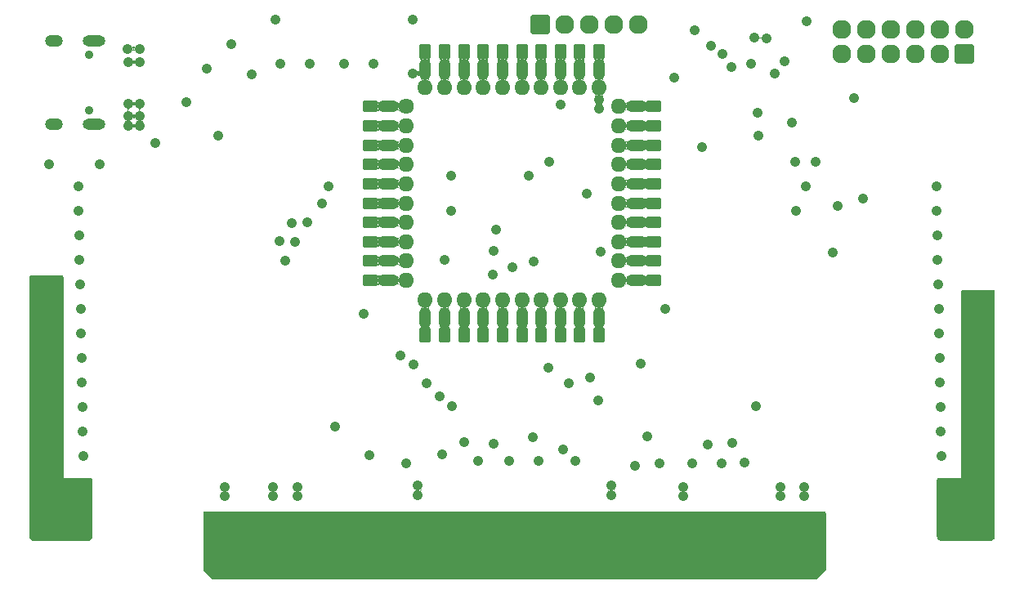
<source format=gbs>
G04 #@! TF.GenerationSoftware,KiCad,Pcbnew,(6.0.6)*
G04 #@! TF.CreationDate,2022-07-02T23:03:49+02:00*
G04 #@! TF.ProjectId,picocart64_v1,7069636f-6361-4727-9436-345f76312e6b,rev?*
G04 #@! TF.SameCoordinates,Original*
G04 #@! TF.FileFunction,Soldermask,Bot*
G04 #@! TF.FilePolarity,Negative*
%FSLAX46Y46*%
G04 Gerber Fmt 4.6, Leading zero omitted, Abs format (unit mm)*
G04 Created by KiCad (PCBNEW (6.0.6)) date 2022-07-02 23:03:49*
%MOMM*%
%LPD*%
G01*
G04 APERTURE LIST*
G04 Aperture macros list*
%AMRoundRect*
0 Rectangle with rounded corners*
0 $1 Rounding radius*
0 $2 $3 $4 $5 $6 $7 $8 $9 X,Y pos of 4 corners*
0 Add a 4 corners polygon primitive as box body*
4,1,4,$2,$3,$4,$5,$6,$7,$8,$9,$2,$3,0*
0 Add four circle primitives for the rounded corners*
1,1,$1+$1,$2,$3*
1,1,$1+$1,$4,$5*
1,1,$1+$1,$6,$7*
1,1,$1+$1,$8,$9*
0 Add four rect primitives between the rounded corners*
20,1,$1+$1,$2,$3,$4,$5,0*
20,1,$1+$1,$4,$5,$6,$7,0*
20,1,$1+$1,$6,$7,$8,$9,0*
20,1,$1+$1,$8,$9,$2,$3,0*%
G04 Aperture macros list end*
%ADD10C,2.760000*%
%ADD11RoundRect,0.130000X0.850000X-0.850000X0.850000X0.850000X-0.850000X0.850000X-0.850000X-0.850000X0*%
%ADD12O,1.960000X1.960000*%
%ADD13O,2.260000X1.210000*%
%ADD14RoundRect,0.130000X-0.650000X-0.450000X0.650000X-0.450000X0.650000X0.450000X-0.650000X0.450000X0*%
%ADD15C,1.610000*%
%ADD16O,1.610000X1.610000*%
%ADD17RoundRect,0.130000X0.450000X-0.650000X0.450000X0.650000X-0.450000X0.650000X-0.450000X-0.650000X0*%
%ADD18O,1.210000X2.260000*%
%ADD19RoundRect,0.130000X0.650000X0.450000X-0.650000X0.450000X-0.650000X-0.450000X0.650000X-0.450000X0*%
%ADD20RoundRect,0.130000X-0.450000X0.650000X-0.450000X-0.650000X0.450000X-0.650000X0.450000X0.650000X0*%
%ADD21C,0.910000*%
%ADD22O,2.360000X1.160000*%
%ADD23O,1.860000X1.260000*%
%ADD24RoundRect,0.130000X-0.850000X0.850000X-0.850000X-0.850000X0.850000X-0.850000X0.850000X0.850000X0*%
%ADD25C,1.060000*%
G04 APERTURE END LIST*
D10*
X102850000Y-112600000D03*
X197650000Y-112600000D03*
D11*
X152913000Y-62484000D03*
D12*
X155453000Y-62484000D03*
X157993000Y-62484000D03*
X160533000Y-62484000D03*
X163073000Y-62484000D03*
D13*
X137150000Y-71000000D03*
D14*
X135300000Y-71000000D03*
D15*
X139000000Y-71000000D03*
D16*
X139000000Y-73000000D03*
D13*
X137150000Y-73000000D03*
D14*
X135300000Y-73000000D03*
D13*
X137150000Y-75000000D03*
D14*
X135300000Y-75000000D03*
D16*
X139000000Y-75000000D03*
D14*
X135300000Y-77000000D03*
D16*
X139000000Y-77000000D03*
D13*
X137150000Y-77000000D03*
X137150000Y-79000000D03*
D16*
X139000000Y-79000000D03*
D14*
X135300000Y-79000000D03*
X135300000Y-81000000D03*
D13*
X137150000Y-81000000D03*
D16*
X139000000Y-81000000D03*
D14*
X135300000Y-83000000D03*
D16*
X139000000Y-83000000D03*
D13*
X137150000Y-83000000D03*
D16*
X139000000Y-85000000D03*
D13*
X137150000Y-85000000D03*
D14*
X135300000Y-85000000D03*
X135300000Y-87000000D03*
D13*
X137150000Y-87000000D03*
D16*
X139000000Y-87000000D03*
D14*
X135300000Y-89000000D03*
D13*
X137150000Y-89000000D03*
D16*
X139000000Y-89000000D03*
D17*
X141000000Y-94700000D03*
D16*
X141000000Y-91000000D03*
D18*
X141000000Y-92850000D03*
D16*
X143000000Y-91000000D03*
D18*
X143000000Y-92850000D03*
D17*
X143000000Y-94700000D03*
D18*
X145000000Y-92850000D03*
D16*
X145000000Y-91000000D03*
D17*
X145000000Y-94700000D03*
D18*
X147000000Y-92850000D03*
D16*
X147000000Y-91000000D03*
D17*
X147000000Y-94700000D03*
D18*
X149000000Y-92850000D03*
D17*
X149000000Y-94700000D03*
D16*
X149000000Y-91000000D03*
X151000000Y-91000000D03*
D18*
X151000000Y-92850000D03*
D17*
X151000000Y-94700000D03*
D18*
X153000000Y-92850000D03*
D16*
X153000000Y-91000000D03*
D17*
X153000000Y-94700000D03*
X155000000Y-94700000D03*
D16*
X155000000Y-91000000D03*
D18*
X155000000Y-92850000D03*
D16*
X157000000Y-91000000D03*
D18*
X157000000Y-92850000D03*
D17*
X157000000Y-94700000D03*
X159000000Y-94700000D03*
D18*
X159000000Y-92850000D03*
D16*
X159000000Y-91000000D03*
D13*
X162850000Y-89000000D03*
D19*
X164700000Y-89000000D03*
D16*
X161000000Y-89000000D03*
D13*
X162850000Y-87000000D03*
D19*
X164700000Y-87000000D03*
D16*
X161000000Y-87000000D03*
D19*
X164700000Y-85000000D03*
D13*
X162850000Y-85000000D03*
D16*
X161000000Y-85000000D03*
D19*
X164700000Y-83000000D03*
D16*
X161000000Y-83000000D03*
D13*
X162850000Y-83000000D03*
D19*
X164700000Y-81000000D03*
D16*
X161000000Y-81000000D03*
D13*
X162850000Y-81000000D03*
D16*
X161000000Y-79000000D03*
D19*
X164700000Y-79000000D03*
D13*
X162850000Y-79000000D03*
X162850000Y-77000000D03*
D19*
X164700000Y-77000000D03*
D16*
X161000000Y-77000000D03*
X161000000Y-75000000D03*
D19*
X164700000Y-75000000D03*
D13*
X162850000Y-75000000D03*
X162850000Y-73000000D03*
D16*
X161000000Y-73000000D03*
D19*
X164700000Y-73000000D03*
D16*
X161000000Y-71000000D03*
D13*
X162850000Y-71000000D03*
D19*
X164700000Y-71000000D03*
D16*
X159000000Y-69000000D03*
D18*
X159000000Y-67150000D03*
D20*
X159000000Y-65300000D03*
X157000000Y-65300000D03*
D18*
X157000000Y-67150000D03*
D16*
X157000000Y-69000000D03*
D18*
X155000000Y-67150000D03*
D16*
X155000000Y-69000000D03*
D20*
X155000000Y-65300000D03*
X153000000Y-65300000D03*
D18*
X153000000Y-67150000D03*
D16*
X153000000Y-69000000D03*
D20*
X151000000Y-65300000D03*
D16*
X151000000Y-69000000D03*
D18*
X151000000Y-67150000D03*
D16*
X149000000Y-69000000D03*
D20*
X149000000Y-65300000D03*
D18*
X149000000Y-67150000D03*
D16*
X147000000Y-69000000D03*
D18*
X147000000Y-67150000D03*
D20*
X147000000Y-65300000D03*
D18*
X145000000Y-67150000D03*
D16*
X145000000Y-69000000D03*
D20*
X145000000Y-65300000D03*
X143000000Y-65300000D03*
D16*
X143000000Y-69000000D03*
D18*
X143000000Y-67150000D03*
D20*
X141000000Y-65300000D03*
D16*
X141000000Y-69000000D03*
D18*
X141000000Y-67150000D03*
D21*
X106204000Y-71405000D03*
X106204000Y-65625000D03*
D22*
X106704000Y-64195000D03*
D23*
X102524000Y-64195000D03*
D22*
X106704000Y-72835000D03*
D23*
X102524000Y-72835000D03*
D24*
X196825000Y-65569000D03*
D12*
X196825000Y-63029000D03*
X194285000Y-65569000D03*
X194285000Y-63029000D03*
X191745000Y-65569000D03*
X191745000Y-63029000D03*
X189205000Y-65569000D03*
X189205000Y-63029000D03*
X186665000Y-65569000D03*
X186665000Y-63029000D03*
X184125000Y-65569000D03*
X184125000Y-63029000D03*
D25*
X110200000Y-73001800D03*
X110200000Y-72001800D03*
X111400000Y-72001800D03*
X111400000Y-73001800D03*
X102108000Y-105156000D03*
X180250000Y-111350000D03*
X180250000Y-110400000D03*
X177750000Y-111350000D03*
X177750000Y-110400000D03*
X167750000Y-110400000D03*
X167750000Y-111350000D03*
X127750000Y-111350000D03*
X127750000Y-110400000D03*
X125250000Y-110400000D03*
X125250000Y-111350000D03*
X120250000Y-111350000D03*
X120250000Y-110400000D03*
X105476448Y-102095000D03*
X193924102Y-79235000D03*
X105275405Y-91935000D03*
X198000000Y-108000000D03*
X159000000Y-70250000D03*
X122974400Y-67652600D03*
X194326187Y-99555000D03*
X110179000Y-65001800D03*
X159000000Y-71250000D03*
X163335000Y-97650000D03*
X105325666Y-94475000D03*
X194125145Y-89395000D03*
X194175405Y-91935000D03*
X107250000Y-77000000D03*
X111379000Y-65001800D03*
X105526709Y-104635000D03*
X105550000Y-107175000D03*
X129032000Y-66548000D03*
X194225666Y-94475000D03*
X168897600Y-63080600D03*
X120904000Y-64516000D03*
X105074363Y-81775000D03*
X153810000Y-76695000D03*
X143650000Y-81775000D03*
X148095000Y-105905000D03*
X127140000Y-83045000D03*
X105174884Y-86855000D03*
X132588000Y-66548000D03*
X194024624Y-84315000D03*
X105024102Y-79235000D03*
X198000000Y-109000000D03*
X175400000Y-71615000D03*
X194426709Y-104635000D03*
X180500000Y-62172300D03*
X178956000Y-72681800D03*
X166750000Y-68000000D03*
X118364000Y-67056000D03*
X125984000Y-66548000D03*
X194450000Y-107175000D03*
X125870000Y-84950000D03*
X105375927Y-97015000D03*
X125476000Y-61976000D03*
X102000000Y-77000000D03*
X105426187Y-99555000D03*
X193974363Y-81775000D03*
X176365200Y-63893400D03*
X165875000Y-91935000D03*
X102108000Y-106680000D03*
X194376448Y-102095000D03*
X135636000Y-66548000D03*
X105124624Y-84315000D03*
X194275927Y-97015000D03*
X194074884Y-86855000D03*
X105225145Y-89395000D03*
X130950000Y-79235000D03*
X113000000Y-74750000D03*
X174752000Y-66548000D03*
X148323600Y-83756200D03*
X157734000Y-80010000D03*
X138430000Y-96774000D03*
X179324000Y-76745800D03*
X142500000Y-101000000D03*
X150000000Y-87617000D03*
X160241000Y-110259000D03*
X119500000Y-74000000D03*
X140241000Y-110259000D03*
X140241000Y-111259000D03*
X160241000Y-111252000D03*
X139750000Y-97750000D03*
X179362400Y-81775000D03*
X135166400Y-107073400D03*
X159144000Y-85991400D03*
X148069600Y-85940600D03*
X143750000Y-102000000D03*
X152184400Y-87007400D03*
X139000000Y-108000000D03*
X116250000Y-70500000D03*
X155000000Y-70750000D03*
X175250000Y-102000000D03*
X172758400Y-105854200D03*
X170250000Y-106045000D03*
X165240000Y-107987800D03*
X155250000Y-106500000D03*
X152743200Y-107733800D03*
X130302000Y-81000000D03*
X128778000Y-83000000D03*
X145000000Y-105750000D03*
X127508000Y-85000000D03*
X142750000Y-107000000D03*
X126500000Y-87000000D03*
X146444000Y-107733800D03*
X149695200Y-107683000D03*
X152133600Y-105244600D03*
X163970000Y-105143000D03*
X168656000Y-107950000D03*
X171704000Y-107950000D03*
X174028400Y-107886200D03*
X162750800Y-108241800D03*
X153708400Y-98031000D03*
X156502400Y-107733800D03*
X155842000Y-99656600D03*
X158026400Y-99047000D03*
X158940800Y-101434600D03*
X142989600Y-86905800D03*
X134620000Y-92456000D03*
X131661200Y-104177800D03*
X139700000Y-67564000D03*
X139700000Y-61976000D03*
X143650000Y-78117400D03*
X151727200Y-78117400D03*
X183731200Y-81267000D03*
X148018800Y-88429800D03*
X180429200Y-79235000D03*
X141160800Y-99656600D03*
X183223200Y-86093000D03*
X110200000Y-66401800D03*
X111400000Y-70701800D03*
X110200000Y-70701800D03*
X111400000Y-66401800D03*
X175044400Y-63842600D03*
X178244800Y-66331800D03*
X175500000Y-74000000D03*
X185420000Y-70104000D03*
X177178000Y-67601800D03*
X169672000Y-75184000D03*
X171793200Y-65519000D03*
X181394400Y-76695000D03*
X172707600Y-66890600D03*
X186372800Y-80505000D03*
X170574000Y-64706200D03*
G36*
X103442121Y-88520002D02*
G01*
X103488614Y-88573658D01*
X103500000Y-88626000D01*
X103500000Y-109481885D01*
X103504475Y-109497124D01*
X103505865Y-109498329D01*
X103513548Y-109500000D01*
X103520838Y-109500000D01*
X103588959Y-109520002D01*
X103635452Y-109573658D01*
X103645556Y-109643932D01*
X103616062Y-109708512D01*
X103556336Y-109746896D01*
X103539329Y-109750636D01*
X103531018Y-109751869D01*
X103518709Y-109753081D01*
X103503094Y-109753848D01*
X103496912Y-109754000D01*
X100126000Y-109754000D01*
X100057879Y-109733998D01*
X100011386Y-109680342D01*
X100000000Y-109628000D01*
X100000000Y-88626000D01*
X100020002Y-88557879D01*
X100073658Y-88511386D01*
X100126000Y-88500000D01*
X103374000Y-88500000D01*
X103442121Y-88520002D01*
G37*
G36*
X199942121Y-90020002D02*
G01*
X199988614Y-90073658D01*
X200000000Y-90126000D01*
X200000000Y-109628000D01*
X199979998Y-109696121D01*
X199926342Y-109742614D01*
X199874000Y-109754000D01*
X196503088Y-109754000D01*
X196496906Y-109753848D01*
X196481291Y-109753081D01*
X196468982Y-109751869D01*
X196460671Y-109750636D01*
X196396223Y-109720854D01*
X196358108Y-109660956D01*
X196358426Y-109589960D01*
X196397077Y-109530407D01*
X196461790Y-109501203D01*
X196479162Y-109500000D01*
X196481885Y-109500000D01*
X196497124Y-109495525D01*
X196498329Y-109494135D01*
X196500000Y-109486452D01*
X196500000Y-90126000D01*
X196520002Y-90057879D01*
X196573658Y-90011386D01*
X196626000Y-90000000D01*
X199874000Y-90000000D01*
X199942121Y-90020002D01*
G37*
G36*
X182442121Y-113020002D02*
G01*
X182488614Y-113073658D01*
X182500000Y-113126000D01*
X182500000Y-118947810D01*
X182479998Y-119015931D01*
X182463095Y-119036905D01*
X181536905Y-119963095D01*
X181474593Y-119997121D01*
X181447810Y-120000000D01*
X119052190Y-120000000D01*
X118984069Y-119979998D01*
X118963095Y-119963095D01*
X118036905Y-119036905D01*
X118002879Y-118974593D01*
X118000000Y-118947810D01*
X118000000Y-113126000D01*
X118020002Y-113057879D01*
X118073658Y-113011386D01*
X118126000Y-113000000D01*
X182374000Y-113000000D01*
X182442121Y-113020002D01*
G37*
G36*
X199942121Y-109266002D02*
G01*
X199988614Y-109319658D01*
X200000000Y-109372000D01*
X200000000Y-115491742D01*
X199998922Y-115508188D01*
X199985128Y-115612963D01*
X199976615Y-115644735D01*
X199939361Y-115734674D01*
X199922914Y-115763160D01*
X199863651Y-115840393D01*
X199840393Y-115863651D01*
X199763160Y-115922914D01*
X199734674Y-115939361D01*
X199644735Y-115976615D01*
X199612963Y-115985128D01*
X199508188Y-115998922D01*
X199491742Y-116000000D01*
X194508258Y-116000000D01*
X194491812Y-115998922D01*
X194387037Y-115985128D01*
X194355265Y-115976615D01*
X194265326Y-115939361D01*
X194236840Y-115922914D01*
X194159607Y-115863651D01*
X194136349Y-115840393D01*
X194077086Y-115763160D01*
X194060639Y-115734674D01*
X194023385Y-115644735D01*
X194014872Y-115612963D01*
X194001078Y-115508188D01*
X194000000Y-115491742D01*
X194000000Y-109626000D01*
X194020002Y-109557879D01*
X194073658Y-109511386D01*
X194126000Y-109500000D01*
X196481885Y-109500000D01*
X196497124Y-109495525D01*
X196498329Y-109494135D01*
X196500000Y-109486452D01*
X196500000Y-109372000D01*
X196520002Y-109303879D01*
X196573658Y-109257386D01*
X196626000Y-109246000D01*
X199874000Y-109246000D01*
X199942121Y-109266002D01*
G37*
G36*
X103442121Y-109266002D02*
G01*
X103488614Y-109319658D01*
X103500000Y-109372000D01*
X103500000Y-109481885D01*
X103504475Y-109497124D01*
X103505865Y-109498329D01*
X103513548Y-109500000D01*
X106374000Y-109500000D01*
X106442121Y-109520002D01*
X106488614Y-109573658D01*
X106500000Y-109626000D01*
X106500000Y-115491742D01*
X106498922Y-115508188D01*
X106485128Y-115612963D01*
X106476615Y-115644735D01*
X106439361Y-115734674D01*
X106422914Y-115763160D01*
X106363651Y-115840393D01*
X106340393Y-115863651D01*
X106263160Y-115922914D01*
X106234674Y-115939361D01*
X106144735Y-115976615D01*
X106112963Y-115985128D01*
X106008188Y-115998922D01*
X105991742Y-116000000D01*
X100508258Y-116000000D01*
X100491812Y-115998922D01*
X100387037Y-115985128D01*
X100355265Y-115976615D01*
X100265326Y-115939361D01*
X100236840Y-115922914D01*
X100159607Y-115863651D01*
X100136349Y-115840393D01*
X100077086Y-115763160D01*
X100060639Y-115734674D01*
X100023385Y-115644735D01*
X100014872Y-115612963D01*
X100001078Y-115508188D01*
X100000000Y-115491742D01*
X100000000Y-109372000D01*
X100020002Y-109303879D01*
X100073658Y-109257386D01*
X100126000Y-109246000D01*
X103374000Y-109246000D01*
X103442121Y-109266002D01*
G37*
G36*
X182480771Y-112993068D02*
G01*
X182499430Y-112998068D01*
X182500718Y-112999356D01*
X182501000Y-112999356D01*
X182501932Y-113000570D01*
X182506932Y-113019231D01*
X182507000Y-113019749D01*
X182507000Y-118980253D01*
X182506932Y-118980771D01*
X182501932Y-118999432D01*
X182501510Y-118999854D01*
X182501535Y-118999879D01*
X182501535Y-119000915D01*
X182499000Y-119010375D01*
X182498654Y-119011075D01*
X182498167Y-119011709D01*
X182497995Y-119011905D01*
X181518916Y-119990984D01*
X181518502Y-119991302D01*
X181501769Y-120000963D01*
X181501169Y-120000963D01*
X181501169Y-120001000D01*
X181500437Y-120001732D01*
X181491957Y-120006628D01*
X181491219Y-120006879D01*
X181490431Y-120006983D01*
X181490169Y-120007000D01*
X119019749Y-120007000D01*
X119019231Y-120006932D01*
X119000571Y-120001932D01*
X119000146Y-120001507D01*
X119000119Y-120001533D01*
X118999083Y-120001533D01*
X118989625Y-119998999D01*
X118988926Y-119998654D01*
X118988290Y-119998166D01*
X118988093Y-119997993D01*
X118009016Y-119018916D01*
X118008698Y-119018502D01*
X117999037Y-119001769D01*
X117999037Y-119001169D01*
X117999000Y-119001169D01*
X117998268Y-119000437D01*
X117997599Y-118999279D01*
X118002000Y-118999279D01*
X118002183Y-118999355D01*
X119000904Y-119998076D01*
X119001089Y-119998000D01*
X181499279Y-119998000D01*
X181499355Y-119997817D01*
X182498076Y-118999096D01*
X182498000Y-118998914D01*
X182498000Y-113002000D01*
X118002000Y-113002000D01*
X118002000Y-118999279D01*
X117997599Y-118999279D01*
X117993372Y-118991957D01*
X117993121Y-118991219D01*
X117993017Y-118990431D01*
X117993000Y-118990169D01*
X117993000Y-113019749D01*
X117993068Y-113019231D01*
X117998068Y-113000570D01*
X117999356Y-112999282D01*
X117999356Y-112999000D01*
X118000570Y-112998068D01*
X118019231Y-112993068D01*
X118019749Y-112993000D01*
X182480253Y-112993000D01*
X182480771Y-112993068D01*
G37*
G36*
X199980771Y-89993068D02*
G01*
X199999430Y-89998068D01*
X200000718Y-89999356D01*
X200001000Y-89999356D01*
X200001932Y-90000570D01*
X200006932Y-90019231D01*
X200007000Y-90019749D01*
X200007000Y-115495088D01*
X200006996Y-115495219D01*
X200006312Y-115505649D01*
X200006299Y-115505779D01*
X199991186Y-115620576D01*
X199991135Y-115620833D01*
X199985751Y-115640926D01*
X199985667Y-115641173D01*
X199943243Y-115743595D01*
X199943127Y-115743830D01*
X199932727Y-115761842D01*
X199932582Y-115762060D01*
X199865089Y-115850018D01*
X199864916Y-115850214D01*
X199850214Y-115864916D01*
X199850018Y-115865089D01*
X199762060Y-115932582D01*
X199761842Y-115932727D01*
X199743830Y-115943127D01*
X199743595Y-115943243D01*
X199641173Y-115985667D01*
X199640926Y-115985751D01*
X199620833Y-115991135D01*
X199620576Y-115991186D01*
X199505779Y-116006299D01*
X199505649Y-116006312D01*
X199495219Y-116006996D01*
X199495088Y-116007000D01*
X194504912Y-116007000D01*
X194504781Y-116006996D01*
X194494351Y-116006312D01*
X194494221Y-116006299D01*
X194379424Y-115991186D01*
X194379167Y-115991135D01*
X194359074Y-115985751D01*
X194358827Y-115985667D01*
X194256405Y-115943243D01*
X194256170Y-115943127D01*
X194238158Y-115932727D01*
X194237940Y-115932582D01*
X194149982Y-115865089D01*
X194149786Y-115864916D01*
X194135084Y-115850214D01*
X194134911Y-115850018D01*
X194067418Y-115762060D01*
X194067273Y-115761842D01*
X194056873Y-115743830D01*
X194056757Y-115743595D01*
X194014333Y-115641173D01*
X194014249Y-115640926D01*
X194008865Y-115620833D01*
X194008814Y-115620576D01*
X193993701Y-115505779D01*
X193993688Y-115505649D01*
X193993309Y-115499868D01*
X194002000Y-115499868D01*
X194018986Y-115628888D01*
X194068733Y-115748990D01*
X194147874Y-115852126D01*
X194251010Y-115931267D01*
X194371112Y-115981014D01*
X194500132Y-115998000D01*
X199499868Y-115998000D01*
X199628888Y-115981014D01*
X199748990Y-115931267D01*
X199852126Y-115852126D01*
X199931267Y-115748990D01*
X199981014Y-115628888D01*
X199998000Y-115499868D01*
X199998000Y-90002000D01*
X196502000Y-90002000D01*
X196502000Y-109500000D01*
X196501000Y-109501732D01*
X196500000Y-109502000D01*
X194002000Y-109502000D01*
X194002000Y-115499868D01*
X193993309Y-115499868D01*
X193993004Y-115495219D01*
X193993000Y-115495088D01*
X193993000Y-109519749D01*
X193993068Y-109519231D01*
X193998068Y-109500570D01*
X193999356Y-109499282D01*
X193999356Y-109499000D01*
X194000570Y-109498068D01*
X194019231Y-109493068D01*
X194019749Y-109493000D01*
X196344737Y-109493000D01*
X196418967Y-109473110D01*
X196473110Y-109418967D01*
X196493000Y-109344737D01*
X196493000Y-90019749D01*
X196493068Y-90019231D01*
X196498068Y-90000570D01*
X196499356Y-89999282D01*
X196499356Y-89999000D01*
X196500570Y-89998068D01*
X196519231Y-89993068D01*
X196519749Y-89993000D01*
X199980253Y-89993000D01*
X199980771Y-89993068D01*
G37*
G36*
X103480771Y-88493068D02*
G01*
X103499430Y-88498068D01*
X103500718Y-88499356D01*
X103501000Y-88499356D01*
X103501932Y-88500570D01*
X103506932Y-88519231D01*
X103507000Y-88519749D01*
X103507000Y-109344737D01*
X103526890Y-109418967D01*
X103581034Y-109473110D01*
X103655263Y-109493000D01*
X106480253Y-109493000D01*
X106480771Y-109493068D01*
X106499430Y-109498068D01*
X106500718Y-109499356D01*
X106501000Y-109499356D01*
X106501932Y-109500570D01*
X106506932Y-109519231D01*
X106507000Y-109519749D01*
X106507000Y-115495088D01*
X106506996Y-115495219D01*
X106506312Y-115505649D01*
X106506299Y-115505779D01*
X106491186Y-115620576D01*
X106491135Y-115620833D01*
X106485751Y-115640926D01*
X106485667Y-115641173D01*
X106443243Y-115743595D01*
X106443127Y-115743830D01*
X106432727Y-115761842D01*
X106432582Y-115762060D01*
X106365089Y-115850018D01*
X106364916Y-115850214D01*
X106350214Y-115864916D01*
X106350018Y-115865089D01*
X106262060Y-115932582D01*
X106261842Y-115932727D01*
X106243830Y-115943127D01*
X106243595Y-115943243D01*
X106141173Y-115985667D01*
X106140926Y-115985751D01*
X106120833Y-115991135D01*
X106120576Y-115991186D01*
X106005779Y-116006299D01*
X106005649Y-116006312D01*
X105995219Y-116006996D01*
X105995088Y-116007000D01*
X100504912Y-116007000D01*
X100504781Y-116006996D01*
X100494351Y-116006312D01*
X100494221Y-116006299D01*
X100379424Y-115991186D01*
X100379167Y-115991135D01*
X100359074Y-115985751D01*
X100358827Y-115985667D01*
X100256405Y-115943243D01*
X100256170Y-115943127D01*
X100238158Y-115932727D01*
X100237940Y-115932582D01*
X100149982Y-115865089D01*
X100149786Y-115864916D01*
X100135084Y-115850214D01*
X100134911Y-115850018D01*
X100067418Y-115762060D01*
X100067273Y-115761842D01*
X100056873Y-115743830D01*
X100056757Y-115743595D01*
X100014333Y-115641173D01*
X100014249Y-115640926D01*
X100008865Y-115620833D01*
X100008814Y-115620576D01*
X99993701Y-115505779D01*
X99993688Y-115505649D01*
X99993309Y-115499868D01*
X100002000Y-115499868D01*
X100018986Y-115628888D01*
X100068733Y-115748990D01*
X100147874Y-115852126D01*
X100251010Y-115931267D01*
X100371112Y-115981014D01*
X100500132Y-115998000D01*
X105999868Y-115998000D01*
X106128888Y-115981014D01*
X106248990Y-115931267D01*
X106352126Y-115852126D01*
X106431267Y-115748990D01*
X106481014Y-115628888D01*
X106498000Y-115499868D01*
X106498000Y-109502000D01*
X103500000Y-109502000D01*
X103498268Y-109501000D01*
X103498000Y-109500000D01*
X103498000Y-88502000D01*
X100002000Y-88502000D01*
X100002000Y-115499868D01*
X99993309Y-115499868D01*
X99993004Y-115495219D01*
X99993000Y-115495088D01*
X99993000Y-88519749D01*
X99993068Y-88519231D01*
X99998068Y-88500570D01*
X99999356Y-88499282D01*
X99999356Y-88499000D01*
X100000570Y-88498068D01*
X100019231Y-88493068D01*
X100019749Y-88493000D01*
X103480253Y-88493000D01*
X103480771Y-88493068D01*
G37*
G36*
X139900220Y-110657324D02*
G01*
X139977010Y-110716247D01*
X140075763Y-110757152D01*
X140076981Y-110758739D01*
X140076216Y-110760587D01*
X140075763Y-110760848D01*
X139977010Y-110801753D01*
X139891097Y-110867676D01*
X139889114Y-110867937D01*
X139887896Y-110866350D01*
X139888219Y-110864974D01*
X139927289Y-110806830D01*
X139932498Y-110730435D01*
X139898715Y-110661477D01*
X139897573Y-110660310D01*
X139897076Y-110658373D01*
X139898505Y-110656974D01*
X139900220Y-110657324D01*
G37*
G36*
X159897826Y-110655487D02*
G01*
X159977010Y-110716247D01*
X160067314Y-110753652D01*
X160068532Y-110755239D01*
X160067767Y-110757087D01*
X160067314Y-110757348D01*
X159977010Y-110794753D01*
X159887740Y-110863252D01*
X159885757Y-110863513D01*
X159884539Y-110861926D01*
X159884862Y-110860549D01*
X159923362Y-110803257D01*
X159928570Y-110726863D01*
X159894812Y-110657954D01*
X159894948Y-110655958D01*
X159896744Y-110655079D01*
X159897826Y-110655487D01*
G37*
G36*
X140595406Y-110650651D02*
G01*
X140595071Y-110652045D01*
X140555373Y-110709806D01*
X140549366Y-110786144D01*
X140582419Y-110855441D01*
X140585209Y-110858290D01*
X140585706Y-110860227D01*
X140584277Y-110861626D01*
X140582562Y-110861276D01*
X140504990Y-110801753D01*
X140406237Y-110760848D01*
X140405019Y-110759261D01*
X140405784Y-110757413D01*
X140406237Y-110757152D01*
X140504990Y-110716247D01*
X140592205Y-110649325D01*
X140594188Y-110649064D01*
X140595406Y-110650651D01*
G37*
G36*
X160598910Y-110647962D02*
G01*
X160598575Y-110649356D01*
X160559385Y-110706380D01*
X160553377Y-110782718D01*
X160586429Y-110852012D01*
X160587265Y-110852866D01*
X160587762Y-110854803D01*
X160586334Y-110856203D01*
X160584618Y-110855853D01*
X160504990Y-110794753D01*
X160414686Y-110757348D01*
X160413468Y-110755761D01*
X160414233Y-110753913D01*
X160414686Y-110753652D01*
X160504990Y-110716247D01*
X160595709Y-110646636D01*
X160597692Y-110646375D01*
X160598910Y-110647962D01*
G37*
G36*
X159511436Y-93695446D02*
G01*
X159511369Y-93697121D01*
X159504268Y-93711027D01*
X159504011Y-93711412D01*
X159494582Y-93722511D01*
X159461681Y-93791957D01*
X159467891Y-93868279D01*
X159505359Y-93922491D01*
X159505521Y-93924484D01*
X159505130Y-93925041D01*
X159505046Y-93925125D01*
X159523076Y-93943124D01*
X159523595Y-93945055D01*
X159522182Y-93946470D01*
X159520552Y-93946202D01*
X159498970Y-93931781D01*
X159449801Y-93922000D01*
X159251669Y-93922000D01*
X159249937Y-93921000D01*
X159249937Y-93919000D01*
X159250904Y-93918152D01*
X159301490Y-93897199D01*
X159426373Y-93801373D01*
X159508001Y-93694993D01*
X159509849Y-93694228D01*
X159511436Y-93695446D01*
G37*
G36*
X157511436Y-93695446D02*
G01*
X157511369Y-93697121D01*
X157504268Y-93711027D01*
X157504011Y-93711412D01*
X157494582Y-93722511D01*
X157461681Y-93791957D01*
X157467891Y-93868279D01*
X157505359Y-93922491D01*
X157505521Y-93924484D01*
X157505130Y-93925041D01*
X157505046Y-93925125D01*
X157523076Y-93943124D01*
X157523595Y-93945055D01*
X157522182Y-93946470D01*
X157520552Y-93946202D01*
X157498970Y-93931781D01*
X157449801Y-93922000D01*
X157251669Y-93922000D01*
X157249937Y-93921000D01*
X157249937Y-93919000D01*
X157250904Y-93918152D01*
X157301490Y-93897199D01*
X157426373Y-93801373D01*
X157508001Y-93694993D01*
X157509849Y-93694228D01*
X157511436Y-93695446D01*
G37*
G36*
X153511436Y-93695446D02*
G01*
X153511369Y-93697121D01*
X153504268Y-93711027D01*
X153504011Y-93711412D01*
X153494582Y-93722511D01*
X153461681Y-93791957D01*
X153467891Y-93868279D01*
X153505359Y-93922491D01*
X153505521Y-93924484D01*
X153505130Y-93925041D01*
X153505046Y-93925125D01*
X153523076Y-93943124D01*
X153523595Y-93945055D01*
X153522182Y-93946470D01*
X153520552Y-93946202D01*
X153498970Y-93931781D01*
X153449801Y-93922000D01*
X153251669Y-93922000D01*
X153249937Y-93921000D01*
X153249937Y-93919000D01*
X153250904Y-93918152D01*
X153301490Y-93897199D01*
X153426373Y-93801373D01*
X153508001Y-93694993D01*
X153509849Y-93694228D01*
X153511436Y-93695446D01*
G37*
G36*
X145511436Y-93695446D02*
G01*
X145511369Y-93697121D01*
X145504268Y-93711027D01*
X145504011Y-93711412D01*
X145494582Y-93722511D01*
X145461681Y-93791957D01*
X145467891Y-93868279D01*
X145505359Y-93922491D01*
X145505521Y-93924484D01*
X145505130Y-93925041D01*
X145505046Y-93925125D01*
X145523076Y-93943124D01*
X145523595Y-93945055D01*
X145522182Y-93946470D01*
X145520552Y-93946202D01*
X145498970Y-93931781D01*
X145449801Y-93922000D01*
X145251669Y-93922000D01*
X145249937Y-93921000D01*
X145249937Y-93919000D01*
X145250904Y-93918152D01*
X145301490Y-93897199D01*
X145426373Y-93801373D01*
X145508001Y-93694993D01*
X145509849Y-93694228D01*
X145511436Y-93695446D01*
G37*
G36*
X155511436Y-93695446D02*
G01*
X155511369Y-93697121D01*
X155504268Y-93711027D01*
X155504011Y-93711412D01*
X155494582Y-93722511D01*
X155461681Y-93791957D01*
X155467891Y-93868279D01*
X155505359Y-93922491D01*
X155505521Y-93924484D01*
X155505130Y-93925041D01*
X155505046Y-93925125D01*
X155523076Y-93943124D01*
X155523595Y-93945055D01*
X155522182Y-93946470D01*
X155520552Y-93946202D01*
X155498970Y-93931781D01*
X155449801Y-93922000D01*
X155251669Y-93922000D01*
X155249937Y-93921000D01*
X155249937Y-93919000D01*
X155250904Y-93918152D01*
X155301490Y-93897199D01*
X155426373Y-93801373D01*
X155508001Y-93694993D01*
X155509849Y-93694228D01*
X155511436Y-93695446D01*
G37*
G36*
X141511436Y-93695446D02*
G01*
X141511369Y-93697121D01*
X141504268Y-93711027D01*
X141504011Y-93711412D01*
X141494582Y-93722511D01*
X141461681Y-93791957D01*
X141467891Y-93868279D01*
X141505359Y-93922491D01*
X141505521Y-93924484D01*
X141505130Y-93925041D01*
X141505046Y-93925125D01*
X141523076Y-93943124D01*
X141523595Y-93945055D01*
X141522182Y-93946470D01*
X141520552Y-93946202D01*
X141498970Y-93931781D01*
X141449801Y-93922000D01*
X141251669Y-93922000D01*
X141249937Y-93921000D01*
X141249937Y-93919000D01*
X141250904Y-93918152D01*
X141301490Y-93897199D01*
X141426373Y-93801373D01*
X141508001Y-93694993D01*
X141509849Y-93694228D01*
X141511436Y-93695446D01*
G37*
G36*
X143511436Y-93695446D02*
G01*
X143511369Y-93697121D01*
X143504268Y-93711027D01*
X143504011Y-93711412D01*
X143494582Y-93722511D01*
X143461681Y-93791957D01*
X143467891Y-93868279D01*
X143505359Y-93922491D01*
X143505521Y-93924484D01*
X143505130Y-93925041D01*
X143505046Y-93925125D01*
X143523076Y-93943124D01*
X143523595Y-93945055D01*
X143522182Y-93946470D01*
X143520552Y-93946202D01*
X143498970Y-93931781D01*
X143449801Y-93922000D01*
X143251669Y-93922000D01*
X143249937Y-93921000D01*
X143249937Y-93919000D01*
X143250904Y-93918152D01*
X143301490Y-93897199D01*
X143426373Y-93801373D01*
X143508001Y-93694993D01*
X143509849Y-93694228D01*
X143511436Y-93695446D01*
G37*
G36*
X147511436Y-93695446D02*
G01*
X147511369Y-93697121D01*
X147504268Y-93711027D01*
X147504011Y-93711412D01*
X147494582Y-93722511D01*
X147461681Y-93791957D01*
X147467891Y-93868279D01*
X147505359Y-93922491D01*
X147505521Y-93924484D01*
X147505130Y-93925041D01*
X147505046Y-93925125D01*
X147523076Y-93943124D01*
X147523595Y-93945055D01*
X147522182Y-93946470D01*
X147520552Y-93946202D01*
X147498970Y-93931781D01*
X147449801Y-93922000D01*
X147251669Y-93922000D01*
X147249937Y-93921000D01*
X147249937Y-93919000D01*
X147250904Y-93918152D01*
X147301490Y-93897199D01*
X147426373Y-93801373D01*
X147508001Y-93694993D01*
X147509849Y-93694228D01*
X147511436Y-93695446D01*
G37*
G36*
X149511436Y-93695446D02*
G01*
X149511369Y-93697121D01*
X149504268Y-93711027D01*
X149504011Y-93711412D01*
X149494582Y-93722511D01*
X149461681Y-93791957D01*
X149467891Y-93868279D01*
X149505359Y-93922491D01*
X149505521Y-93924484D01*
X149505130Y-93925041D01*
X149505046Y-93925125D01*
X149523076Y-93943124D01*
X149523595Y-93945055D01*
X149522182Y-93946470D01*
X149520552Y-93946202D01*
X149498970Y-93931781D01*
X149449801Y-93922000D01*
X149251669Y-93922000D01*
X149249937Y-93921000D01*
X149249937Y-93919000D01*
X149250904Y-93918152D01*
X149301490Y-93897199D01*
X149426373Y-93801373D01*
X149508001Y-93694993D01*
X149509849Y-93694228D01*
X149511436Y-93695446D01*
G37*
G36*
X151511436Y-93695446D02*
G01*
X151511369Y-93697121D01*
X151504268Y-93711027D01*
X151504011Y-93711412D01*
X151494582Y-93722511D01*
X151461681Y-93791957D01*
X151467891Y-93868279D01*
X151505359Y-93922491D01*
X151505521Y-93924484D01*
X151505130Y-93925041D01*
X151505046Y-93925125D01*
X151523076Y-93943124D01*
X151523595Y-93945055D01*
X151522182Y-93946470D01*
X151520552Y-93946202D01*
X151498970Y-93931781D01*
X151449801Y-93922000D01*
X151251669Y-93922000D01*
X151249937Y-93921000D01*
X151249937Y-93919000D01*
X151250904Y-93918152D01*
X151301490Y-93897199D01*
X151426373Y-93801373D01*
X151508001Y-93694993D01*
X151509849Y-93694228D01*
X151511436Y-93695446D01*
G37*
G36*
X152511374Y-93720242D02*
G01*
X152573627Y-93801373D01*
X152698510Y-93897199D01*
X152749096Y-93918152D01*
X152750314Y-93919739D01*
X152749549Y-93921587D01*
X152748331Y-93922000D01*
X152550199Y-93922000D01*
X152501030Y-93931781D01*
X152479269Y-93946321D01*
X152477273Y-93946452D01*
X152476162Y-93944789D01*
X152476743Y-93943245D01*
X152494737Y-93925219D01*
X152493605Y-93924089D01*
X152493086Y-93922158D01*
X152493760Y-93921119D01*
X152513447Y-93905198D01*
X152540935Y-93833729D01*
X152528977Y-93757902D01*
X152517554Y-93736957D01*
X152508114Y-93722557D01*
X152508001Y-93720560D01*
X152509674Y-93719463D01*
X152511374Y-93720242D01*
G37*
G36*
X150511374Y-93720242D02*
G01*
X150573627Y-93801373D01*
X150698510Y-93897199D01*
X150749096Y-93918152D01*
X150750314Y-93919739D01*
X150749549Y-93921587D01*
X150748331Y-93922000D01*
X150550199Y-93922000D01*
X150501030Y-93931781D01*
X150479269Y-93946321D01*
X150477273Y-93946452D01*
X150476162Y-93944789D01*
X150476743Y-93943245D01*
X150494737Y-93925219D01*
X150493605Y-93924089D01*
X150493086Y-93922158D01*
X150493760Y-93921119D01*
X150513447Y-93905198D01*
X150540935Y-93833729D01*
X150528977Y-93757902D01*
X150517554Y-93736957D01*
X150508114Y-93722557D01*
X150508001Y-93720560D01*
X150509674Y-93719463D01*
X150511374Y-93720242D01*
G37*
G36*
X154511374Y-93720242D02*
G01*
X154573627Y-93801373D01*
X154698510Y-93897199D01*
X154749096Y-93918152D01*
X154750314Y-93919739D01*
X154749549Y-93921587D01*
X154748331Y-93922000D01*
X154550199Y-93922000D01*
X154501030Y-93931781D01*
X154479269Y-93946321D01*
X154477273Y-93946452D01*
X154476162Y-93944789D01*
X154476743Y-93943245D01*
X154494737Y-93925219D01*
X154493605Y-93924089D01*
X154493086Y-93922158D01*
X154493760Y-93921119D01*
X154513447Y-93905198D01*
X154540935Y-93833729D01*
X154528977Y-93757902D01*
X154517554Y-93736957D01*
X154508114Y-93722557D01*
X154508001Y-93720560D01*
X154509674Y-93719463D01*
X154511374Y-93720242D01*
G37*
G36*
X148511374Y-93720242D02*
G01*
X148573627Y-93801373D01*
X148698510Y-93897199D01*
X148749096Y-93918152D01*
X148750314Y-93919739D01*
X148749549Y-93921587D01*
X148748331Y-93922000D01*
X148550199Y-93922000D01*
X148501030Y-93931781D01*
X148479269Y-93946321D01*
X148477273Y-93946452D01*
X148476162Y-93944789D01*
X148476743Y-93943245D01*
X148494737Y-93925219D01*
X148493605Y-93924089D01*
X148493086Y-93922158D01*
X148493760Y-93921119D01*
X148513447Y-93905198D01*
X148540935Y-93833729D01*
X148528977Y-93757902D01*
X148517554Y-93736957D01*
X148508114Y-93722557D01*
X148508001Y-93720560D01*
X148509674Y-93719463D01*
X148511374Y-93720242D01*
G37*
G36*
X156511374Y-93720242D02*
G01*
X156573627Y-93801373D01*
X156698510Y-93897199D01*
X156749096Y-93918152D01*
X156750314Y-93919739D01*
X156749549Y-93921587D01*
X156748331Y-93922000D01*
X156550199Y-93922000D01*
X156501030Y-93931781D01*
X156479269Y-93946321D01*
X156477273Y-93946452D01*
X156476162Y-93944789D01*
X156476743Y-93943245D01*
X156494737Y-93925219D01*
X156493605Y-93924089D01*
X156493086Y-93922158D01*
X156493760Y-93921119D01*
X156513447Y-93905198D01*
X156540935Y-93833729D01*
X156528977Y-93757902D01*
X156517554Y-93736957D01*
X156508114Y-93722557D01*
X156508001Y-93720560D01*
X156509674Y-93719463D01*
X156511374Y-93720242D01*
G37*
G36*
X144511374Y-93720242D02*
G01*
X144573627Y-93801373D01*
X144698510Y-93897199D01*
X144749096Y-93918152D01*
X144750314Y-93919739D01*
X144749549Y-93921587D01*
X144748331Y-93922000D01*
X144550199Y-93922000D01*
X144501030Y-93931781D01*
X144479269Y-93946321D01*
X144477273Y-93946452D01*
X144476162Y-93944789D01*
X144476743Y-93943245D01*
X144494737Y-93925219D01*
X144493605Y-93924089D01*
X144493086Y-93922158D01*
X144493760Y-93921119D01*
X144513447Y-93905198D01*
X144540935Y-93833729D01*
X144528977Y-93757902D01*
X144517554Y-93736957D01*
X144508114Y-93722557D01*
X144508001Y-93720560D01*
X144509674Y-93719463D01*
X144511374Y-93720242D01*
G37*
G36*
X158511374Y-93720242D02*
G01*
X158573627Y-93801373D01*
X158698510Y-93897199D01*
X158749096Y-93918152D01*
X158750314Y-93919739D01*
X158749549Y-93921587D01*
X158748331Y-93922000D01*
X158550199Y-93922000D01*
X158501030Y-93931781D01*
X158479269Y-93946321D01*
X158477273Y-93946452D01*
X158476162Y-93944789D01*
X158476743Y-93943245D01*
X158494737Y-93925219D01*
X158493605Y-93924089D01*
X158493086Y-93922158D01*
X158493760Y-93921119D01*
X158513447Y-93905198D01*
X158540935Y-93833729D01*
X158528977Y-93757902D01*
X158517554Y-93736957D01*
X158508114Y-93722557D01*
X158508001Y-93720560D01*
X158509674Y-93719463D01*
X158511374Y-93720242D01*
G37*
G36*
X142511374Y-93720242D02*
G01*
X142573627Y-93801373D01*
X142698510Y-93897199D01*
X142749096Y-93918152D01*
X142750314Y-93919739D01*
X142749549Y-93921587D01*
X142748331Y-93922000D01*
X142550199Y-93922000D01*
X142501030Y-93931781D01*
X142479269Y-93946321D01*
X142477273Y-93946452D01*
X142476162Y-93944789D01*
X142476743Y-93943245D01*
X142494737Y-93925219D01*
X142493605Y-93924089D01*
X142493086Y-93922158D01*
X142493760Y-93921119D01*
X142513447Y-93905198D01*
X142540935Y-93833729D01*
X142528977Y-93757902D01*
X142517554Y-93736957D01*
X142508114Y-93722557D01*
X142508001Y-93720560D01*
X142509674Y-93719463D01*
X142511374Y-93720242D01*
G37*
G36*
X140511374Y-93720242D02*
G01*
X140573627Y-93801373D01*
X140698510Y-93897199D01*
X140749096Y-93918152D01*
X140750314Y-93919739D01*
X140749549Y-93921587D01*
X140748331Y-93922000D01*
X140550199Y-93922000D01*
X140501030Y-93931781D01*
X140479269Y-93946321D01*
X140477273Y-93946452D01*
X140476162Y-93944789D01*
X140476743Y-93943245D01*
X140494737Y-93925219D01*
X140493605Y-93924089D01*
X140493086Y-93922158D01*
X140493760Y-93921119D01*
X140513447Y-93905198D01*
X140540935Y-93833729D01*
X140528977Y-93757902D01*
X140517554Y-93736957D01*
X140508114Y-93722557D01*
X140508001Y-93720560D01*
X140509674Y-93719463D01*
X140511374Y-93720242D01*
G37*
G36*
X146511374Y-93720242D02*
G01*
X146573627Y-93801373D01*
X146698510Y-93897199D01*
X146749096Y-93918152D01*
X146750314Y-93919739D01*
X146749549Y-93921587D01*
X146748331Y-93922000D01*
X146550199Y-93922000D01*
X146501030Y-93931781D01*
X146479269Y-93946321D01*
X146477273Y-93946452D01*
X146476162Y-93944789D01*
X146476743Y-93943245D01*
X146494737Y-93925219D01*
X146493605Y-93924089D01*
X146493086Y-93922158D01*
X146493760Y-93921119D01*
X146513447Y-93905198D01*
X146540935Y-93833729D01*
X146528977Y-93757902D01*
X146517554Y-93736957D01*
X146508114Y-93722557D01*
X146508001Y-93720560D01*
X146509674Y-93719463D01*
X146511374Y-93720242D01*
G37*
G36*
X146517871Y-91638157D02*
G01*
X146637951Y-91716735D01*
X146774573Y-91767544D01*
X146775848Y-91769085D01*
X146775151Y-91770960D01*
X146774641Y-91771267D01*
X146698510Y-91802801D01*
X146584586Y-91890217D01*
X146582603Y-91890478D01*
X146581385Y-91888891D01*
X146581561Y-91887774D01*
X146614367Y-91818529D01*
X146608159Y-91742207D01*
X146564525Y-91679074D01*
X146540961Y-91662712D01*
X146540008Y-91662179D01*
X146539688Y-91661956D01*
X146515480Y-91641354D01*
X146514809Y-91639470D01*
X146516105Y-91637947D01*
X146517871Y-91638157D01*
G37*
G36*
X156517871Y-91638157D02*
G01*
X156637951Y-91716735D01*
X156774573Y-91767544D01*
X156775848Y-91769085D01*
X156775151Y-91770960D01*
X156774641Y-91771267D01*
X156698510Y-91802801D01*
X156584586Y-91890217D01*
X156582603Y-91890478D01*
X156581385Y-91888891D01*
X156581561Y-91887774D01*
X156614367Y-91818529D01*
X156608159Y-91742207D01*
X156564525Y-91679074D01*
X156540961Y-91662712D01*
X156540008Y-91662179D01*
X156539688Y-91661956D01*
X156515480Y-91641354D01*
X156514809Y-91639470D01*
X156516105Y-91637947D01*
X156517871Y-91638157D01*
G37*
G36*
X158517871Y-91638157D02*
G01*
X158637951Y-91716735D01*
X158774573Y-91767544D01*
X158775848Y-91769085D01*
X158775151Y-91770960D01*
X158774641Y-91771267D01*
X158698510Y-91802801D01*
X158584586Y-91890217D01*
X158582603Y-91890478D01*
X158581385Y-91888891D01*
X158581561Y-91887774D01*
X158614367Y-91818529D01*
X158608159Y-91742207D01*
X158564525Y-91679074D01*
X158540961Y-91662712D01*
X158540008Y-91662179D01*
X158539688Y-91661956D01*
X158515480Y-91641354D01*
X158514809Y-91639470D01*
X158516105Y-91637947D01*
X158517871Y-91638157D01*
G37*
G36*
X154517871Y-91638157D02*
G01*
X154637951Y-91716735D01*
X154774573Y-91767544D01*
X154775848Y-91769085D01*
X154775151Y-91770960D01*
X154774641Y-91771267D01*
X154698510Y-91802801D01*
X154584586Y-91890217D01*
X154582603Y-91890478D01*
X154581385Y-91888891D01*
X154581561Y-91887774D01*
X154614367Y-91818529D01*
X154608159Y-91742207D01*
X154564525Y-91679074D01*
X154540961Y-91662712D01*
X154540008Y-91662179D01*
X154539688Y-91661956D01*
X154515480Y-91641354D01*
X154514809Y-91639470D01*
X154516105Y-91637947D01*
X154517871Y-91638157D01*
G37*
G36*
X152517871Y-91638157D02*
G01*
X152637951Y-91716735D01*
X152774573Y-91767544D01*
X152775848Y-91769085D01*
X152775151Y-91770960D01*
X152774641Y-91771267D01*
X152698510Y-91802801D01*
X152584586Y-91890217D01*
X152582603Y-91890478D01*
X152581385Y-91888891D01*
X152581561Y-91887774D01*
X152614367Y-91818529D01*
X152608159Y-91742207D01*
X152564525Y-91679074D01*
X152540961Y-91662712D01*
X152540008Y-91662179D01*
X152539688Y-91661956D01*
X152515480Y-91641354D01*
X152514809Y-91639470D01*
X152516105Y-91637947D01*
X152517871Y-91638157D01*
G37*
G36*
X150517871Y-91638157D02*
G01*
X150637951Y-91716735D01*
X150774573Y-91767544D01*
X150775848Y-91769085D01*
X150775151Y-91770960D01*
X150774641Y-91771267D01*
X150698510Y-91802801D01*
X150584586Y-91890217D01*
X150582603Y-91890478D01*
X150581385Y-91888891D01*
X150581561Y-91887774D01*
X150614367Y-91818529D01*
X150608159Y-91742207D01*
X150564525Y-91679074D01*
X150540961Y-91662712D01*
X150540008Y-91662179D01*
X150539688Y-91661956D01*
X150515480Y-91641354D01*
X150514809Y-91639470D01*
X150516105Y-91637947D01*
X150517871Y-91638157D01*
G37*
G36*
X148517871Y-91638157D02*
G01*
X148637951Y-91716735D01*
X148774573Y-91767544D01*
X148775848Y-91769085D01*
X148775151Y-91770960D01*
X148774641Y-91771267D01*
X148698510Y-91802801D01*
X148584586Y-91890217D01*
X148582603Y-91890478D01*
X148581385Y-91888891D01*
X148581561Y-91887774D01*
X148614367Y-91818529D01*
X148608159Y-91742207D01*
X148564525Y-91679074D01*
X148540961Y-91662712D01*
X148540008Y-91662179D01*
X148539688Y-91661956D01*
X148515480Y-91641354D01*
X148514809Y-91639470D01*
X148516105Y-91637947D01*
X148517871Y-91638157D01*
G37*
G36*
X144517871Y-91638157D02*
G01*
X144637951Y-91716735D01*
X144774573Y-91767544D01*
X144775848Y-91769085D01*
X144775151Y-91770960D01*
X144774641Y-91771267D01*
X144698510Y-91802801D01*
X144584586Y-91890217D01*
X144582603Y-91890478D01*
X144581385Y-91888891D01*
X144581561Y-91887774D01*
X144614367Y-91818529D01*
X144608159Y-91742207D01*
X144564525Y-91679074D01*
X144540961Y-91662712D01*
X144540008Y-91662179D01*
X144539688Y-91661956D01*
X144515480Y-91641354D01*
X144514809Y-91639470D01*
X144516105Y-91637947D01*
X144517871Y-91638157D01*
G37*
G36*
X142517871Y-91638157D02*
G01*
X142637951Y-91716735D01*
X142774573Y-91767544D01*
X142775848Y-91769085D01*
X142775151Y-91770960D01*
X142774641Y-91771267D01*
X142698510Y-91802801D01*
X142584586Y-91890217D01*
X142582603Y-91890478D01*
X142581385Y-91888891D01*
X142581561Y-91887774D01*
X142614367Y-91818529D01*
X142608159Y-91742207D01*
X142564525Y-91679074D01*
X142540961Y-91662712D01*
X142540008Y-91662179D01*
X142539688Y-91661956D01*
X142515480Y-91641354D01*
X142514809Y-91639470D01*
X142516105Y-91637947D01*
X142517871Y-91638157D01*
G37*
G36*
X140517871Y-91638157D02*
G01*
X140637951Y-91716735D01*
X140774573Y-91767544D01*
X140775848Y-91769085D01*
X140775151Y-91770960D01*
X140774641Y-91771267D01*
X140698510Y-91802801D01*
X140584586Y-91890217D01*
X140582603Y-91890478D01*
X140581385Y-91888891D01*
X140581561Y-91887774D01*
X140614367Y-91818529D01*
X140608159Y-91742207D01*
X140564525Y-91679074D01*
X140540961Y-91662712D01*
X140540008Y-91662179D01*
X140539688Y-91661956D01*
X140515480Y-91641354D01*
X140514809Y-91639470D01*
X140516105Y-91637947D01*
X140517871Y-91638157D01*
G37*
G36*
X143458000Y-91659481D02*
G01*
X143457231Y-91661085D01*
X143437907Y-91676182D01*
X143391660Y-91737556D01*
X143382328Y-91813558D01*
X143411636Y-91882603D01*
X143411392Y-91884588D01*
X143409551Y-91885369D01*
X143408577Y-91884971D01*
X143301490Y-91802801D01*
X143223006Y-91770292D01*
X143221788Y-91768705D01*
X143222553Y-91766857D01*
X143223153Y-91766542D01*
X143331717Y-91731268D01*
X143454976Y-91657791D01*
X143456976Y-91657763D01*
X143458000Y-91659481D01*
G37*
G36*
X159458000Y-91659481D02*
G01*
X159457231Y-91661085D01*
X159437907Y-91676182D01*
X159391660Y-91737556D01*
X159382328Y-91813558D01*
X159411636Y-91882603D01*
X159411392Y-91884588D01*
X159409551Y-91885369D01*
X159408577Y-91884971D01*
X159301490Y-91802801D01*
X159223006Y-91770292D01*
X159221788Y-91768705D01*
X159222553Y-91766857D01*
X159223153Y-91766542D01*
X159331717Y-91731268D01*
X159454976Y-91657791D01*
X159456976Y-91657763D01*
X159458000Y-91659481D01*
G37*
G36*
X157458000Y-91659481D02*
G01*
X157457231Y-91661085D01*
X157437907Y-91676182D01*
X157391660Y-91737556D01*
X157382328Y-91813558D01*
X157411636Y-91882603D01*
X157411392Y-91884588D01*
X157409551Y-91885369D01*
X157408577Y-91884971D01*
X157301490Y-91802801D01*
X157223006Y-91770292D01*
X157221788Y-91768705D01*
X157222553Y-91766857D01*
X157223153Y-91766542D01*
X157331717Y-91731268D01*
X157454976Y-91657791D01*
X157456976Y-91657763D01*
X157458000Y-91659481D01*
G37*
G36*
X145458000Y-91659481D02*
G01*
X145457231Y-91661085D01*
X145437907Y-91676182D01*
X145391660Y-91737556D01*
X145382328Y-91813558D01*
X145411636Y-91882603D01*
X145411392Y-91884588D01*
X145409551Y-91885369D01*
X145408577Y-91884971D01*
X145301490Y-91802801D01*
X145223006Y-91770292D01*
X145221788Y-91768705D01*
X145222553Y-91766857D01*
X145223153Y-91766542D01*
X145331717Y-91731268D01*
X145454976Y-91657791D01*
X145456976Y-91657763D01*
X145458000Y-91659481D01*
G37*
G36*
X153458000Y-91659481D02*
G01*
X153457231Y-91661085D01*
X153437907Y-91676182D01*
X153391660Y-91737556D01*
X153382328Y-91813558D01*
X153411636Y-91882603D01*
X153411392Y-91884588D01*
X153409551Y-91885369D01*
X153408577Y-91884971D01*
X153301490Y-91802801D01*
X153223006Y-91770292D01*
X153221788Y-91768705D01*
X153222553Y-91766857D01*
X153223153Y-91766542D01*
X153331717Y-91731268D01*
X153454976Y-91657791D01*
X153456976Y-91657763D01*
X153458000Y-91659481D01*
G37*
G36*
X155458000Y-91659481D02*
G01*
X155457231Y-91661085D01*
X155437907Y-91676182D01*
X155391660Y-91737556D01*
X155382328Y-91813558D01*
X155411636Y-91882603D01*
X155411392Y-91884588D01*
X155409551Y-91885369D01*
X155408577Y-91884971D01*
X155301490Y-91802801D01*
X155223006Y-91770292D01*
X155221788Y-91768705D01*
X155222553Y-91766857D01*
X155223153Y-91766542D01*
X155331717Y-91731268D01*
X155454976Y-91657791D01*
X155456976Y-91657763D01*
X155458000Y-91659481D01*
G37*
G36*
X141458000Y-91659481D02*
G01*
X141457231Y-91661085D01*
X141437907Y-91676182D01*
X141391660Y-91737556D01*
X141382328Y-91813558D01*
X141411636Y-91882603D01*
X141411392Y-91884588D01*
X141409551Y-91885369D01*
X141408577Y-91884971D01*
X141301490Y-91802801D01*
X141223006Y-91770292D01*
X141221788Y-91768705D01*
X141222553Y-91766857D01*
X141223153Y-91766542D01*
X141331717Y-91731268D01*
X141454976Y-91657791D01*
X141456976Y-91657763D01*
X141458000Y-91659481D01*
G37*
G36*
X147458000Y-91659481D02*
G01*
X147457231Y-91661085D01*
X147437907Y-91676182D01*
X147391660Y-91737556D01*
X147382328Y-91813558D01*
X147411636Y-91882603D01*
X147411392Y-91884588D01*
X147409551Y-91885369D01*
X147408577Y-91884971D01*
X147301490Y-91802801D01*
X147223006Y-91770292D01*
X147221788Y-91768705D01*
X147222553Y-91766857D01*
X147223153Y-91766542D01*
X147331717Y-91731268D01*
X147454976Y-91657791D01*
X147456976Y-91657763D01*
X147458000Y-91659481D01*
G37*
G36*
X149458000Y-91659481D02*
G01*
X149457231Y-91661085D01*
X149437907Y-91676182D01*
X149391660Y-91737556D01*
X149382328Y-91813558D01*
X149411636Y-91882603D01*
X149411392Y-91884588D01*
X149409551Y-91885369D01*
X149408577Y-91884971D01*
X149301490Y-91802801D01*
X149223006Y-91770292D01*
X149221788Y-91768705D01*
X149222553Y-91766857D01*
X149223153Y-91766542D01*
X149331717Y-91731268D01*
X149454976Y-91657791D01*
X149456976Y-91657763D01*
X149458000Y-91659481D01*
G37*
G36*
X151458000Y-91659481D02*
G01*
X151457231Y-91661085D01*
X151437907Y-91676182D01*
X151391660Y-91737556D01*
X151382328Y-91813558D01*
X151411636Y-91882603D01*
X151411392Y-91884588D01*
X151409551Y-91885369D01*
X151408577Y-91884971D01*
X151301490Y-91802801D01*
X151223006Y-91770292D01*
X151221788Y-91768705D01*
X151222553Y-91766857D01*
X151223153Y-91766542D01*
X151331717Y-91731268D01*
X151454976Y-91657791D01*
X151456976Y-91657763D01*
X151458000Y-91659481D01*
G37*
G36*
X163921587Y-89250451D02*
G01*
X163922000Y-89251669D01*
X163922000Y-89449801D01*
X163931781Y-89498970D01*
X163946321Y-89520731D01*
X163946452Y-89522727D01*
X163944789Y-89523838D01*
X163943245Y-89523257D01*
X163925219Y-89505263D01*
X163924089Y-89506395D01*
X163922158Y-89506914D01*
X163921119Y-89506240D01*
X163905198Y-89486553D01*
X163833729Y-89459065D01*
X163757902Y-89471023D01*
X163736957Y-89482446D01*
X163722557Y-89491886D01*
X163720560Y-89491999D01*
X163719463Y-89490326D01*
X163720242Y-89488626D01*
X163801373Y-89426373D01*
X163897199Y-89301490D01*
X163918152Y-89250904D01*
X163919739Y-89249686D01*
X163921587Y-89250451D01*
G37*
G36*
X136081848Y-89250904D02*
G01*
X136102801Y-89301490D01*
X136198627Y-89426373D01*
X136305007Y-89508001D01*
X136305772Y-89509849D01*
X136304554Y-89511436D01*
X136302879Y-89511369D01*
X136288973Y-89504268D01*
X136288588Y-89504011D01*
X136277489Y-89494582D01*
X136208043Y-89461681D01*
X136131721Y-89467891D01*
X136077509Y-89505359D01*
X136075516Y-89505521D01*
X136074959Y-89505130D01*
X136074875Y-89505046D01*
X136056876Y-89523076D01*
X136054945Y-89523595D01*
X136053530Y-89522182D01*
X136053798Y-89520552D01*
X136068219Y-89498970D01*
X136078000Y-89449801D01*
X136078000Y-89251669D01*
X136079000Y-89249937D01*
X136081000Y-89249937D01*
X136081848Y-89250904D01*
G37*
G36*
X161771199Y-89225415D02*
G01*
X161771497Y-89225914D01*
X161802801Y-89301490D01*
X161890036Y-89415177D01*
X161890297Y-89417160D01*
X161888710Y-89418378D01*
X161887593Y-89418202D01*
X161818130Y-89385292D01*
X161741808Y-89391500D01*
X161678671Y-89435136D01*
X161662823Y-89457790D01*
X161658956Y-89464598D01*
X161658731Y-89464917D01*
X161637958Y-89488982D01*
X161636069Y-89489640D01*
X161634555Y-89488333D01*
X161634778Y-89486568D01*
X161714190Y-89367044D01*
X161767779Y-89225969D01*
X161769329Y-89224705D01*
X161771199Y-89225415D01*
G37*
G36*
X138233031Y-89222824D02*
G01*
X138233342Y-89223411D01*
X138271066Y-89336815D01*
X138345404Y-89459560D01*
X138345446Y-89461559D01*
X138343735Y-89462596D01*
X138342126Y-89461838D01*
X138322818Y-89437478D01*
X138261123Y-89391659D01*
X138185058Y-89382859D01*
X138116833Y-89412382D01*
X138114847Y-89412152D01*
X138114052Y-89410316D01*
X138114452Y-89409328D01*
X138197199Y-89301490D01*
X138229596Y-89223277D01*
X138231183Y-89222059D01*
X138233031Y-89222824D01*
G37*
G36*
X161651364Y-88529023D02*
G01*
X161679295Y-88563270D01*
X161741621Y-88608221D01*
X161817804Y-88615959D01*
X161884352Y-88586052D01*
X161886342Y-88586254D01*
X161887162Y-88588078D01*
X161886759Y-88589094D01*
X161802801Y-88698510D01*
X161770690Y-88776033D01*
X161769103Y-88777251D01*
X161767255Y-88776486D01*
X161766953Y-88775926D01*
X161724159Y-88653039D01*
X161648118Y-88531347D01*
X161648048Y-88529348D01*
X161649744Y-88528288D01*
X161651364Y-88529023D01*
G37*
G36*
X138358691Y-88520570D02*
G01*
X138358493Y-88522337D01*
X138280754Y-88642964D01*
X138232671Y-88775070D01*
X138231139Y-88776356D01*
X138229260Y-88775672D01*
X138228944Y-88775151D01*
X138197199Y-88698510D01*
X138109584Y-88584328D01*
X138109323Y-88582345D01*
X138110910Y-88581127D01*
X138112027Y-88581303D01*
X138181032Y-88613996D01*
X138257354Y-88607788D01*
X138320484Y-88564156D01*
X138330924Y-88549008D01*
X138331039Y-88548857D01*
X138355280Y-88519968D01*
X138357159Y-88519284D01*
X138358691Y-88520570D01*
G37*
G36*
X136056755Y-88476743D02*
G01*
X136074781Y-88494737D01*
X136075911Y-88493605D01*
X136077842Y-88493086D01*
X136078881Y-88493760D01*
X136094802Y-88513447D01*
X136166271Y-88540935D01*
X136242098Y-88528977D01*
X136263043Y-88517554D01*
X136277443Y-88508114D01*
X136279440Y-88508001D01*
X136280537Y-88509674D01*
X136279758Y-88511374D01*
X136198627Y-88573627D01*
X136102801Y-88698510D01*
X136081848Y-88749096D01*
X136080261Y-88750314D01*
X136078413Y-88749549D01*
X136078000Y-88748331D01*
X136078000Y-88550199D01*
X136068219Y-88501030D01*
X136053679Y-88479269D01*
X136053548Y-88477273D01*
X136055211Y-88476162D01*
X136056755Y-88476743D01*
G37*
G36*
X163946470Y-88477818D02*
G01*
X163946202Y-88479448D01*
X163931781Y-88501030D01*
X163922000Y-88550199D01*
X163922000Y-88748331D01*
X163921000Y-88750063D01*
X163919000Y-88750063D01*
X163918152Y-88749096D01*
X163897199Y-88698510D01*
X163801373Y-88573627D01*
X163694993Y-88491999D01*
X163694228Y-88490151D01*
X163695446Y-88488564D01*
X163697121Y-88488631D01*
X163711027Y-88495732D01*
X163711412Y-88495989D01*
X163722511Y-88505418D01*
X163791957Y-88538319D01*
X163868279Y-88532109D01*
X163922491Y-88494641D01*
X163924484Y-88494479D01*
X163925041Y-88494870D01*
X163925125Y-88494954D01*
X163943124Y-88476924D01*
X163945055Y-88476405D01*
X163946470Y-88477818D01*
G37*
G36*
X163921587Y-87250451D02*
G01*
X163922000Y-87251669D01*
X163922000Y-87449801D01*
X163931781Y-87498970D01*
X163946321Y-87520731D01*
X163946452Y-87522727D01*
X163944789Y-87523838D01*
X163943245Y-87523257D01*
X163925219Y-87505263D01*
X163924089Y-87506395D01*
X163922158Y-87506914D01*
X163921119Y-87506240D01*
X163905198Y-87486553D01*
X163833729Y-87459065D01*
X163757902Y-87471023D01*
X163736957Y-87482446D01*
X163722557Y-87491886D01*
X163720560Y-87491999D01*
X163719463Y-87490326D01*
X163720242Y-87488626D01*
X163801373Y-87426373D01*
X163897199Y-87301490D01*
X163918152Y-87250904D01*
X163919739Y-87249686D01*
X163921587Y-87250451D01*
G37*
G36*
X136081848Y-87250904D02*
G01*
X136102801Y-87301490D01*
X136198627Y-87426373D01*
X136305007Y-87508001D01*
X136305772Y-87509849D01*
X136304554Y-87511436D01*
X136302879Y-87511369D01*
X136288973Y-87504268D01*
X136288588Y-87504011D01*
X136277489Y-87494582D01*
X136208043Y-87461681D01*
X136131721Y-87467891D01*
X136077509Y-87505359D01*
X136075516Y-87505521D01*
X136074959Y-87505130D01*
X136074875Y-87505046D01*
X136056876Y-87523076D01*
X136054945Y-87523595D01*
X136053530Y-87522182D01*
X136053798Y-87520552D01*
X136068219Y-87498970D01*
X136078000Y-87449801D01*
X136078000Y-87251669D01*
X136079000Y-87249937D01*
X136081000Y-87249937D01*
X136081848Y-87250904D01*
G37*
G36*
X161771199Y-87225415D02*
G01*
X161771497Y-87225914D01*
X161802801Y-87301490D01*
X161890036Y-87415177D01*
X161890297Y-87417160D01*
X161888710Y-87418378D01*
X161887593Y-87418202D01*
X161818130Y-87385292D01*
X161741808Y-87391500D01*
X161678671Y-87435136D01*
X161662823Y-87457790D01*
X161658956Y-87464598D01*
X161658731Y-87464917D01*
X161637958Y-87488982D01*
X161636069Y-87489640D01*
X161634555Y-87488333D01*
X161634778Y-87486568D01*
X161714190Y-87367044D01*
X161767779Y-87225969D01*
X161769329Y-87224705D01*
X161771199Y-87225415D01*
G37*
G36*
X138233031Y-87222824D02*
G01*
X138233342Y-87223411D01*
X138271066Y-87336815D01*
X138345404Y-87459560D01*
X138345446Y-87461559D01*
X138343735Y-87462596D01*
X138342126Y-87461838D01*
X138322818Y-87437478D01*
X138261123Y-87391659D01*
X138185058Y-87382859D01*
X138116833Y-87412382D01*
X138114847Y-87412152D01*
X138114052Y-87410316D01*
X138114452Y-87409328D01*
X138197199Y-87301490D01*
X138229596Y-87223277D01*
X138231183Y-87222059D01*
X138233031Y-87222824D01*
G37*
G36*
X161651364Y-86529023D02*
G01*
X161679295Y-86563270D01*
X161741621Y-86608221D01*
X161817804Y-86615959D01*
X161884352Y-86586052D01*
X161886342Y-86586254D01*
X161887162Y-86588078D01*
X161886759Y-86589094D01*
X161802801Y-86698510D01*
X161770690Y-86776033D01*
X161769103Y-86777251D01*
X161767255Y-86776486D01*
X161766953Y-86775926D01*
X161724159Y-86653039D01*
X161648118Y-86531347D01*
X161648048Y-86529348D01*
X161649744Y-86528288D01*
X161651364Y-86529023D01*
G37*
G36*
X138358691Y-86520570D02*
G01*
X138358493Y-86522337D01*
X138280754Y-86642964D01*
X138232671Y-86775070D01*
X138231139Y-86776356D01*
X138229260Y-86775672D01*
X138228944Y-86775151D01*
X138197199Y-86698510D01*
X138109584Y-86584328D01*
X138109323Y-86582345D01*
X138110910Y-86581127D01*
X138112027Y-86581303D01*
X138181032Y-86613996D01*
X138257354Y-86607788D01*
X138320484Y-86564156D01*
X138330924Y-86549008D01*
X138331039Y-86548857D01*
X138355280Y-86519968D01*
X138357159Y-86519284D01*
X138358691Y-86520570D01*
G37*
G36*
X136056755Y-86476743D02*
G01*
X136074781Y-86494737D01*
X136075911Y-86493605D01*
X136077842Y-86493086D01*
X136078881Y-86493760D01*
X136094802Y-86513447D01*
X136166271Y-86540935D01*
X136242098Y-86528977D01*
X136263043Y-86517554D01*
X136277443Y-86508114D01*
X136279440Y-86508001D01*
X136280537Y-86509674D01*
X136279758Y-86511374D01*
X136198627Y-86573627D01*
X136102801Y-86698510D01*
X136081848Y-86749096D01*
X136080261Y-86750314D01*
X136078413Y-86749549D01*
X136078000Y-86748331D01*
X136078000Y-86550199D01*
X136068219Y-86501030D01*
X136053679Y-86479269D01*
X136053548Y-86477273D01*
X136055211Y-86476162D01*
X136056755Y-86476743D01*
G37*
G36*
X163946470Y-86477818D02*
G01*
X163946202Y-86479448D01*
X163931781Y-86501030D01*
X163922000Y-86550199D01*
X163922000Y-86748331D01*
X163921000Y-86750063D01*
X163919000Y-86750063D01*
X163918152Y-86749096D01*
X163897199Y-86698510D01*
X163801373Y-86573627D01*
X163694993Y-86491999D01*
X163694228Y-86490151D01*
X163695446Y-86488564D01*
X163697121Y-86488631D01*
X163711027Y-86495732D01*
X163711412Y-86495989D01*
X163722511Y-86505418D01*
X163791957Y-86538319D01*
X163868279Y-86532109D01*
X163922491Y-86494641D01*
X163924484Y-86494479D01*
X163925041Y-86494870D01*
X163925125Y-86494954D01*
X163943124Y-86476924D01*
X163945055Y-86476405D01*
X163946470Y-86477818D01*
G37*
G36*
X163921587Y-85250451D02*
G01*
X163922000Y-85251669D01*
X163922000Y-85449801D01*
X163931781Y-85498970D01*
X163946321Y-85520731D01*
X163946452Y-85522727D01*
X163944789Y-85523838D01*
X163943245Y-85523257D01*
X163925219Y-85505263D01*
X163924089Y-85506395D01*
X163922158Y-85506914D01*
X163921119Y-85506240D01*
X163905198Y-85486553D01*
X163833729Y-85459065D01*
X163757902Y-85471023D01*
X163736957Y-85482446D01*
X163722557Y-85491886D01*
X163720560Y-85491999D01*
X163719463Y-85490326D01*
X163720242Y-85488626D01*
X163801373Y-85426373D01*
X163897199Y-85301490D01*
X163918152Y-85250904D01*
X163919739Y-85249686D01*
X163921587Y-85250451D01*
G37*
G36*
X136081848Y-85250904D02*
G01*
X136102801Y-85301490D01*
X136198627Y-85426373D01*
X136305007Y-85508001D01*
X136305772Y-85509849D01*
X136304554Y-85511436D01*
X136302879Y-85511369D01*
X136288973Y-85504268D01*
X136288588Y-85504011D01*
X136277489Y-85494582D01*
X136208043Y-85461681D01*
X136131721Y-85467891D01*
X136077509Y-85505359D01*
X136075516Y-85505521D01*
X136074959Y-85505130D01*
X136074875Y-85505046D01*
X136056876Y-85523076D01*
X136054945Y-85523595D01*
X136053530Y-85522182D01*
X136053798Y-85520552D01*
X136068219Y-85498970D01*
X136078000Y-85449801D01*
X136078000Y-85251669D01*
X136079000Y-85249937D01*
X136081000Y-85249937D01*
X136081848Y-85250904D01*
G37*
G36*
X161771199Y-85225415D02*
G01*
X161771497Y-85225914D01*
X161802801Y-85301490D01*
X161890036Y-85415177D01*
X161890297Y-85417160D01*
X161888710Y-85418378D01*
X161887593Y-85418202D01*
X161818130Y-85385292D01*
X161741808Y-85391500D01*
X161678671Y-85435136D01*
X161662823Y-85457790D01*
X161658956Y-85464598D01*
X161658731Y-85464917D01*
X161637958Y-85488982D01*
X161636069Y-85489640D01*
X161634555Y-85488333D01*
X161634778Y-85486568D01*
X161714190Y-85367044D01*
X161767779Y-85225969D01*
X161769329Y-85224705D01*
X161771199Y-85225415D01*
G37*
G36*
X138233031Y-85222824D02*
G01*
X138233342Y-85223411D01*
X138271066Y-85336815D01*
X138345404Y-85459560D01*
X138345446Y-85461559D01*
X138343735Y-85462596D01*
X138342126Y-85461838D01*
X138322818Y-85437478D01*
X138261123Y-85391659D01*
X138185058Y-85382859D01*
X138116833Y-85412382D01*
X138114847Y-85412152D01*
X138114052Y-85410316D01*
X138114452Y-85409328D01*
X138197199Y-85301490D01*
X138229596Y-85223277D01*
X138231183Y-85222059D01*
X138233031Y-85222824D01*
G37*
G36*
X161651364Y-84529023D02*
G01*
X161679295Y-84563270D01*
X161741621Y-84608221D01*
X161817804Y-84615959D01*
X161884352Y-84586052D01*
X161886342Y-84586254D01*
X161887162Y-84588078D01*
X161886759Y-84589094D01*
X161802801Y-84698510D01*
X161770690Y-84776033D01*
X161769103Y-84777251D01*
X161767255Y-84776486D01*
X161766953Y-84775926D01*
X161724159Y-84653039D01*
X161648118Y-84531347D01*
X161648048Y-84529348D01*
X161649744Y-84528288D01*
X161651364Y-84529023D01*
G37*
G36*
X138358691Y-84520570D02*
G01*
X138358493Y-84522337D01*
X138280754Y-84642964D01*
X138232671Y-84775070D01*
X138231139Y-84776356D01*
X138229260Y-84775672D01*
X138228944Y-84775151D01*
X138197199Y-84698510D01*
X138109584Y-84584328D01*
X138109323Y-84582345D01*
X138110910Y-84581127D01*
X138112027Y-84581303D01*
X138181032Y-84613996D01*
X138257354Y-84607788D01*
X138320484Y-84564156D01*
X138330924Y-84549008D01*
X138331039Y-84548857D01*
X138355280Y-84519968D01*
X138357159Y-84519284D01*
X138358691Y-84520570D01*
G37*
G36*
X136056755Y-84476743D02*
G01*
X136074781Y-84494737D01*
X136075911Y-84493605D01*
X136077842Y-84493086D01*
X136078881Y-84493760D01*
X136094802Y-84513447D01*
X136166271Y-84540935D01*
X136242098Y-84528977D01*
X136263043Y-84517554D01*
X136277443Y-84508114D01*
X136279440Y-84508001D01*
X136280537Y-84509674D01*
X136279758Y-84511374D01*
X136198627Y-84573627D01*
X136102801Y-84698510D01*
X136081848Y-84749096D01*
X136080261Y-84750314D01*
X136078413Y-84749549D01*
X136078000Y-84748331D01*
X136078000Y-84550199D01*
X136068219Y-84501030D01*
X136053679Y-84479269D01*
X136053548Y-84477273D01*
X136055211Y-84476162D01*
X136056755Y-84476743D01*
G37*
G36*
X163946470Y-84477818D02*
G01*
X163946202Y-84479448D01*
X163931781Y-84501030D01*
X163922000Y-84550199D01*
X163922000Y-84748331D01*
X163921000Y-84750063D01*
X163919000Y-84750063D01*
X163918152Y-84749096D01*
X163897199Y-84698510D01*
X163801373Y-84573627D01*
X163694993Y-84491999D01*
X163694228Y-84490151D01*
X163695446Y-84488564D01*
X163697121Y-84488631D01*
X163711027Y-84495732D01*
X163711412Y-84495989D01*
X163722511Y-84505418D01*
X163791957Y-84538319D01*
X163868279Y-84532109D01*
X163922491Y-84494641D01*
X163924484Y-84494479D01*
X163925041Y-84494870D01*
X163925125Y-84494954D01*
X163943124Y-84476924D01*
X163945055Y-84476405D01*
X163946470Y-84477818D01*
G37*
G36*
X163921587Y-83250451D02*
G01*
X163922000Y-83251669D01*
X163922000Y-83449801D01*
X163931781Y-83498970D01*
X163946321Y-83520731D01*
X163946452Y-83522727D01*
X163944789Y-83523838D01*
X163943245Y-83523257D01*
X163925219Y-83505263D01*
X163924089Y-83506395D01*
X163922158Y-83506914D01*
X163921119Y-83506240D01*
X163905198Y-83486553D01*
X163833729Y-83459065D01*
X163757902Y-83471023D01*
X163736957Y-83482446D01*
X163722557Y-83491886D01*
X163720560Y-83491999D01*
X163719463Y-83490326D01*
X163720242Y-83488626D01*
X163801373Y-83426373D01*
X163897199Y-83301490D01*
X163918152Y-83250904D01*
X163919739Y-83249686D01*
X163921587Y-83250451D01*
G37*
G36*
X136081848Y-83250904D02*
G01*
X136102801Y-83301490D01*
X136198627Y-83426373D01*
X136305007Y-83508001D01*
X136305772Y-83509849D01*
X136304554Y-83511436D01*
X136302879Y-83511369D01*
X136288973Y-83504268D01*
X136288588Y-83504011D01*
X136277489Y-83494582D01*
X136208043Y-83461681D01*
X136131721Y-83467891D01*
X136077509Y-83505359D01*
X136075516Y-83505521D01*
X136074959Y-83505130D01*
X136074875Y-83505046D01*
X136056876Y-83523076D01*
X136054945Y-83523595D01*
X136053530Y-83522182D01*
X136053798Y-83520552D01*
X136068219Y-83498970D01*
X136078000Y-83449801D01*
X136078000Y-83251669D01*
X136079000Y-83249937D01*
X136081000Y-83249937D01*
X136081848Y-83250904D01*
G37*
G36*
X161771199Y-83225415D02*
G01*
X161771497Y-83225914D01*
X161802801Y-83301490D01*
X161890036Y-83415177D01*
X161890297Y-83417160D01*
X161888710Y-83418378D01*
X161887593Y-83418202D01*
X161818130Y-83385292D01*
X161741808Y-83391500D01*
X161678671Y-83435136D01*
X161662823Y-83457790D01*
X161658956Y-83464598D01*
X161658731Y-83464917D01*
X161637958Y-83488982D01*
X161636069Y-83489640D01*
X161634555Y-83488333D01*
X161634778Y-83486568D01*
X161714190Y-83367044D01*
X161767779Y-83225969D01*
X161769329Y-83224705D01*
X161771199Y-83225415D01*
G37*
G36*
X138233031Y-83222824D02*
G01*
X138233342Y-83223411D01*
X138271066Y-83336815D01*
X138345404Y-83459560D01*
X138345446Y-83461559D01*
X138343735Y-83462596D01*
X138342126Y-83461838D01*
X138322818Y-83437478D01*
X138261123Y-83391659D01*
X138185058Y-83382859D01*
X138116833Y-83412382D01*
X138114847Y-83412152D01*
X138114052Y-83410316D01*
X138114452Y-83409328D01*
X138197199Y-83301490D01*
X138229596Y-83223277D01*
X138231183Y-83222059D01*
X138233031Y-83222824D01*
G37*
G36*
X161651364Y-82529023D02*
G01*
X161679295Y-82563270D01*
X161741621Y-82608221D01*
X161817804Y-82615959D01*
X161884352Y-82586052D01*
X161886342Y-82586254D01*
X161887162Y-82588078D01*
X161886759Y-82589094D01*
X161802801Y-82698510D01*
X161770690Y-82776033D01*
X161769103Y-82777251D01*
X161767255Y-82776486D01*
X161766953Y-82775926D01*
X161724159Y-82653039D01*
X161648118Y-82531347D01*
X161648048Y-82529348D01*
X161649744Y-82528288D01*
X161651364Y-82529023D01*
G37*
G36*
X138358691Y-82520570D02*
G01*
X138358493Y-82522337D01*
X138280754Y-82642964D01*
X138232671Y-82775070D01*
X138231139Y-82776356D01*
X138229260Y-82775672D01*
X138228944Y-82775151D01*
X138197199Y-82698510D01*
X138109584Y-82584328D01*
X138109323Y-82582345D01*
X138110910Y-82581127D01*
X138112027Y-82581303D01*
X138181032Y-82613996D01*
X138257354Y-82607788D01*
X138320484Y-82564156D01*
X138330924Y-82549008D01*
X138331039Y-82548857D01*
X138355280Y-82519968D01*
X138357159Y-82519284D01*
X138358691Y-82520570D01*
G37*
G36*
X136056755Y-82476743D02*
G01*
X136074781Y-82494737D01*
X136075911Y-82493605D01*
X136077842Y-82493086D01*
X136078881Y-82493760D01*
X136094802Y-82513447D01*
X136166271Y-82540935D01*
X136242098Y-82528977D01*
X136263043Y-82517554D01*
X136277443Y-82508114D01*
X136279440Y-82508001D01*
X136280537Y-82509674D01*
X136279758Y-82511374D01*
X136198627Y-82573627D01*
X136102801Y-82698510D01*
X136081848Y-82749096D01*
X136080261Y-82750314D01*
X136078413Y-82749549D01*
X136078000Y-82748331D01*
X136078000Y-82550199D01*
X136068219Y-82501030D01*
X136053679Y-82479269D01*
X136053548Y-82477273D01*
X136055211Y-82476162D01*
X136056755Y-82476743D01*
G37*
G36*
X163946470Y-82477818D02*
G01*
X163946202Y-82479448D01*
X163931781Y-82501030D01*
X163922000Y-82550199D01*
X163922000Y-82748331D01*
X163921000Y-82750063D01*
X163919000Y-82750063D01*
X163918152Y-82749096D01*
X163897199Y-82698510D01*
X163801373Y-82573627D01*
X163694993Y-82491999D01*
X163694228Y-82490151D01*
X163695446Y-82488564D01*
X163697121Y-82488631D01*
X163711027Y-82495732D01*
X163711412Y-82495989D01*
X163722511Y-82505418D01*
X163791957Y-82538319D01*
X163868279Y-82532109D01*
X163922491Y-82494641D01*
X163924484Y-82494479D01*
X163925041Y-82494870D01*
X163925125Y-82494954D01*
X163943124Y-82476924D01*
X163945055Y-82476405D01*
X163946470Y-82477818D01*
G37*
G36*
X163921587Y-81250451D02*
G01*
X163922000Y-81251669D01*
X163922000Y-81449801D01*
X163931781Y-81498970D01*
X163946321Y-81520731D01*
X163946452Y-81522727D01*
X163944789Y-81523838D01*
X163943245Y-81523257D01*
X163925219Y-81505263D01*
X163924089Y-81506395D01*
X163922158Y-81506914D01*
X163921119Y-81506240D01*
X163905198Y-81486553D01*
X163833729Y-81459065D01*
X163757902Y-81471023D01*
X163736957Y-81482446D01*
X163722557Y-81491886D01*
X163720560Y-81491999D01*
X163719463Y-81490326D01*
X163720242Y-81488626D01*
X163801373Y-81426373D01*
X163897199Y-81301490D01*
X163918152Y-81250904D01*
X163919739Y-81249686D01*
X163921587Y-81250451D01*
G37*
G36*
X136081848Y-81250904D02*
G01*
X136102801Y-81301490D01*
X136198627Y-81426373D01*
X136305007Y-81508001D01*
X136305772Y-81509849D01*
X136304554Y-81511436D01*
X136302879Y-81511369D01*
X136288973Y-81504268D01*
X136288588Y-81504011D01*
X136277489Y-81494582D01*
X136208043Y-81461681D01*
X136131721Y-81467891D01*
X136077509Y-81505359D01*
X136075516Y-81505521D01*
X136074959Y-81505130D01*
X136074875Y-81505046D01*
X136056876Y-81523076D01*
X136054945Y-81523595D01*
X136053530Y-81522182D01*
X136053798Y-81520552D01*
X136068219Y-81498970D01*
X136078000Y-81449801D01*
X136078000Y-81251669D01*
X136079000Y-81249937D01*
X136081000Y-81249937D01*
X136081848Y-81250904D01*
G37*
G36*
X161771199Y-81225415D02*
G01*
X161771497Y-81225914D01*
X161802801Y-81301490D01*
X161890036Y-81415177D01*
X161890297Y-81417160D01*
X161888710Y-81418378D01*
X161887593Y-81418202D01*
X161818130Y-81385292D01*
X161741808Y-81391500D01*
X161678671Y-81435136D01*
X161662823Y-81457790D01*
X161658956Y-81464598D01*
X161658731Y-81464917D01*
X161637958Y-81488982D01*
X161636069Y-81489640D01*
X161634555Y-81488333D01*
X161634778Y-81486568D01*
X161714190Y-81367044D01*
X161767779Y-81225969D01*
X161769329Y-81224705D01*
X161771199Y-81225415D01*
G37*
G36*
X138233031Y-81222824D02*
G01*
X138233342Y-81223411D01*
X138271066Y-81336815D01*
X138345404Y-81459560D01*
X138345446Y-81461559D01*
X138343735Y-81462596D01*
X138342126Y-81461838D01*
X138322818Y-81437478D01*
X138261123Y-81391659D01*
X138185058Y-81382859D01*
X138116833Y-81412382D01*
X138114847Y-81412152D01*
X138114052Y-81410316D01*
X138114452Y-81409328D01*
X138197199Y-81301490D01*
X138229596Y-81223277D01*
X138231183Y-81222059D01*
X138233031Y-81222824D01*
G37*
G36*
X161651364Y-80529023D02*
G01*
X161679295Y-80563270D01*
X161741621Y-80608221D01*
X161817804Y-80615959D01*
X161884352Y-80586052D01*
X161886342Y-80586254D01*
X161887162Y-80588078D01*
X161886759Y-80589094D01*
X161802801Y-80698510D01*
X161770690Y-80776033D01*
X161769103Y-80777251D01*
X161767255Y-80776486D01*
X161766953Y-80775926D01*
X161724159Y-80653039D01*
X161648118Y-80531347D01*
X161648048Y-80529348D01*
X161649744Y-80528288D01*
X161651364Y-80529023D01*
G37*
G36*
X138358691Y-80520570D02*
G01*
X138358493Y-80522337D01*
X138280754Y-80642964D01*
X138232671Y-80775070D01*
X138231139Y-80776356D01*
X138229260Y-80775672D01*
X138228944Y-80775151D01*
X138197199Y-80698510D01*
X138109584Y-80584328D01*
X138109323Y-80582345D01*
X138110910Y-80581127D01*
X138112027Y-80581303D01*
X138181032Y-80613996D01*
X138257354Y-80607788D01*
X138320484Y-80564156D01*
X138330924Y-80549008D01*
X138331039Y-80548857D01*
X138355280Y-80519968D01*
X138357159Y-80519284D01*
X138358691Y-80520570D01*
G37*
G36*
X136056755Y-80476743D02*
G01*
X136074781Y-80494737D01*
X136075911Y-80493605D01*
X136077842Y-80493086D01*
X136078881Y-80493760D01*
X136094802Y-80513447D01*
X136166271Y-80540935D01*
X136242098Y-80528977D01*
X136263043Y-80517554D01*
X136277443Y-80508114D01*
X136279440Y-80508001D01*
X136280537Y-80509674D01*
X136279758Y-80511374D01*
X136198627Y-80573627D01*
X136102801Y-80698510D01*
X136081848Y-80749096D01*
X136080261Y-80750314D01*
X136078413Y-80749549D01*
X136078000Y-80748331D01*
X136078000Y-80550199D01*
X136068219Y-80501030D01*
X136053679Y-80479269D01*
X136053548Y-80477273D01*
X136055211Y-80476162D01*
X136056755Y-80476743D01*
G37*
G36*
X163946470Y-80477818D02*
G01*
X163946202Y-80479448D01*
X163931781Y-80501030D01*
X163922000Y-80550199D01*
X163922000Y-80748331D01*
X163921000Y-80750063D01*
X163919000Y-80750063D01*
X163918152Y-80749096D01*
X163897199Y-80698510D01*
X163801373Y-80573627D01*
X163694993Y-80491999D01*
X163694228Y-80490151D01*
X163695446Y-80488564D01*
X163697121Y-80488631D01*
X163711027Y-80495732D01*
X163711412Y-80495989D01*
X163722511Y-80505418D01*
X163791957Y-80538319D01*
X163868279Y-80532109D01*
X163922491Y-80494641D01*
X163924484Y-80494479D01*
X163925041Y-80494870D01*
X163925125Y-80494954D01*
X163943124Y-80476924D01*
X163945055Y-80476405D01*
X163946470Y-80477818D01*
G37*
G36*
X163921587Y-79250451D02*
G01*
X163922000Y-79251669D01*
X163922000Y-79449801D01*
X163931781Y-79498970D01*
X163946321Y-79520731D01*
X163946452Y-79522727D01*
X163944789Y-79523838D01*
X163943245Y-79523257D01*
X163925219Y-79505263D01*
X163924089Y-79506395D01*
X163922158Y-79506914D01*
X163921119Y-79506240D01*
X163905198Y-79486553D01*
X163833729Y-79459065D01*
X163757902Y-79471023D01*
X163736957Y-79482446D01*
X163722557Y-79491886D01*
X163720560Y-79491999D01*
X163719463Y-79490326D01*
X163720242Y-79488626D01*
X163801373Y-79426373D01*
X163897199Y-79301490D01*
X163918152Y-79250904D01*
X163919739Y-79249686D01*
X163921587Y-79250451D01*
G37*
G36*
X136081848Y-79250904D02*
G01*
X136102801Y-79301490D01*
X136198627Y-79426373D01*
X136305007Y-79508001D01*
X136305772Y-79509849D01*
X136304554Y-79511436D01*
X136302879Y-79511369D01*
X136288973Y-79504268D01*
X136288588Y-79504011D01*
X136277489Y-79494582D01*
X136208043Y-79461681D01*
X136131721Y-79467891D01*
X136077509Y-79505359D01*
X136075516Y-79505521D01*
X136074959Y-79505130D01*
X136074875Y-79505046D01*
X136056876Y-79523076D01*
X136054945Y-79523595D01*
X136053530Y-79522182D01*
X136053798Y-79520552D01*
X136068219Y-79498970D01*
X136078000Y-79449801D01*
X136078000Y-79251669D01*
X136079000Y-79249937D01*
X136081000Y-79249937D01*
X136081848Y-79250904D01*
G37*
G36*
X161771199Y-79225415D02*
G01*
X161771497Y-79225914D01*
X161802801Y-79301490D01*
X161890036Y-79415177D01*
X161890297Y-79417160D01*
X161888710Y-79418378D01*
X161887593Y-79418202D01*
X161818130Y-79385292D01*
X161741808Y-79391500D01*
X161678671Y-79435136D01*
X161662823Y-79457790D01*
X161658956Y-79464598D01*
X161658731Y-79464917D01*
X161637958Y-79488982D01*
X161636069Y-79489640D01*
X161634555Y-79488333D01*
X161634778Y-79486568D01*
X161714190Y-79367044D01*
X161767779Y-79225969D01*
X161769329Y-79224705D01*
X161771199Y-79225415D01*
G37*
G36*
X138233031Y-79222824D02*
G01*
X138233342Y-79223411D01*
X138271066Y-79336815D01*
X138345404Y-79459560D01*
X138345446Y-79461559D01*
X138343735Y-79462596D01*
X138342126Y-79461838D01*
X138322818Y-79437478D01*
X138261123Y-79391659D01*
X138185058Y-79382859D01*
X138116833Y-79412382D01*
X138114847Y-79412152D01*
X138114052Y-79410316D01*
X138114452Y-79409328D01*
X138197199Y-79301490D01*
X138229596Y-79223277D01*
X138231183Y-79222059D01*
X138233031Y-79222824D01*
G37*
G36*
X161651364Y-78529023D02*
G01*
X161679295Y-78563270D01*
X161741621Y-78608221D01*
X161817804Y-78615959D01*
X161884352Y-78586052D01*
X161886342Y-78586254D01*
X161887162Y-78588078D01*
X161886759Y-78589094D01*
X161802801Y-78698510D01*
X161770690Y-78776033D01*
X161769103Y-78777251D01*
X161767255Y-78776486D01*
X161766953Y-78775926D01*
X161724159Y-78653039D01*
X161648118Y-78531347D01*
X161648048Y-78529348D01*
X161649744Y-78528288D01*
X161651364Y-78529023D01*
G37*
G36*
X138358691Y-78520570D02*
G01*
X138358493Y-78522337D01*
X138280754Y-78642964D01*
X138232671Y-78775070D01*
X138231139Y-78776356D01*
X138229260Y-78775672D01*
X138228944Y-78775151D01*
X138197199Y-78698510D01*
X138109584Y-78584328D01*
X138109323Y-78582345D01*
X138110910Y-78581127D01*
X138112027Y-78581303D01*
X138181032Y-78613996D01*
X138257354Y-78607788D01*
X138320484Y-78564156D01*
X138330924Y-78549008D01*
X138331039Y-78548857D01*
X138355280Y-78519968D01*
X138357159Y-78519284D01*
X138358691Y-78520570D01*
G37*
G36*
X136056755Y-78476743D02*
G01*
X136074781Y-78494737D01*
X136075911Y-78493605D01*
X136077842Y-78493086D01*
X136078881Y-78493760D01*
X136094802Y-78513447D01*
X136166271Y-78540935D01*
X136242098Y-78528977D01*
X136263043Y-78517554D01*
X136277443Y-78508114D01*
X136279440Y-78508001D01*
X136280537Y-78509674D01*
X136279758Y-78511374D01*
X136198627Y-78573627D01*
X136102801Y-78698510D01*
X136081848Y-78749096D01*
X136080261Y-78750314D01*
X136078413Y-78749549D01*
X136078000Y-78748331D01*
X136078000Y-78550199D01*
X136068219Y-78501030D01*
X136053679Y-78479269D01*
X136053548Y-78477273D01*
X136055211Y-78476162D01*
X136056755Y-78476743D01*
G37*
G36*
X163946470Y-78477818D02*
G01*
X163946202Y-78479448D01*
X163931781Y-78501030D01*
X163922000Y-78550199D01*
X163922000Y-78748331D01*
X163921000Y-78750063D01*
X163919000Y-78750063D01*
X163918152Y-78749096D01*
X163897199Y-78698510D01*
X163801373Y-78573627D01*
X163694993Y-78491999D01*
X163694228Y-78490151D01*
X163695446Y-78488564D01*
X163697121Y-78488631D01*
X163711027Y-78495732D01*
X163711412Y-78495989D01*
X163722511Y-78505418D01*
X163791957Y-78538319D01*
X163868279Y-78532109D01*
X163922491Y-78494641D01*
X163924484Y-78494479D01*
X163925041Y-78494870D01*
X163925125Y-78494954D01*
X163943124Y-78476924D01*
X163945055Y-78476405D01*
X163946470Y-78477818D01*
G37*
G36*
X163921587Y-77250451D02*
G01*
X163922000Y-77251669D01*
X163922000Y-77449801D01*
X163931781Y-77498970D01*
X163946321Y-77520731D01*
X163946452Y-77522727D01*
X163944789Y-77523838D01*
X163943245Y-77523257D01*
X163925219Y-77505263D01*
X163924089Y-77506395D01*
X163922158Y-77506914D01*
X163921119Y-77506240D01*
X163905198Y-77486553D01*
X163833729Y-77459065D01*
X163757902Y-77471023D01*
X163736957Y-77482446D01*
X163722557Y-77491886D01*
X163720560Y-77491999D01*
X163719463Y-77490326D01*
X163720242Y-77488626D01*
X163801373Y-77426373D01*
X163897199Y-77301490D01*
X163918152Y-77250904D01*
X163919739Y-77249686D01*
X163921587Y-77250451D01*
G37*
G36*
X136081848Y-77250904D02*
G01*
X136102801Y-77301490D01*
X136198627Y-77426373D01*
X136305007Y-77508001D01*
X136305772Y-77509849D01*
X136304554Y-77511436D01*
X136302879Y-77511369D01*
X136288973Y-77504268D01*
X136288588Y-77504011D01*
X136277489Y-77494582D01*
X136208043Y-77461681D01*
X136131721Y-77467891D01*
X136077509Y-77505359D01*
X136075516Y-77505521D01*
X136074959Y-77505130D01*
X136074875Y-77505046D01*
X136056876Y-77523076D01*
X136054945Y-77523595D01*
X136053530Y-77522182D01*
X136053798Y-77520552D01*
X136068219Y-77498970D01*
X136078000Y-77449801D01*
X136078000Y-77251669D01*
X136079000Y-77249937D01*
X136081000Y-77249937D01*
X136081848Y-77250904D01*
G37*
G36*
X161771199Y-77225415D02*
G01*
X161771497Y-77225914D01*
X161802801Y-77301490D01*
X161890036Y-77415177D01*
X161890297Y-77417160D01*
X161888710Y-77418378D01*
X161887593Y-77418202D01*
X161818130Y-77385292D01*
X161741808Y-77391500D01*
X161678671Y-77435136D01*
X161662823Y-77457790D01*
X161658956Y-77464598D01*
X161658731Y-77464917D01*
X161637958Y-77488982D01*
X161636069Y-77489640D01*
X161634555Y-77488333D01*
X161634778Y-77486568D01*
X161714190Y-77367044D01*
X161767779Y-77225969D01*
X161769329Y-77224705D01*
X161771199Y-77225415D01*
G37*
G36*
X138233031Y-77222824D02*
G01*
X138233342Y-77223411D01*
X138271066Y-77336815D01*
X138345404Y-77459560D01*
X138345446Y-77461559D01*
X138343735Y-77462596D01*
X138342126Y-77461838D01*
X138322818Y-77437478D01*
X138261123Y-77391659D01*
X138185058Y-77382859D01*
X138116833Y-77412382D01*
X138114847Y-77412152D01*
X138114052Y-77410316D01*
X138114452Y-77409328D01*
X138197199Y-77301490D01*
X138229596Y-77223277D01*
X138231183Y-77222059D01*
X138233031Y-77222824D01*
G37*
G36*
X161651364Y-76529023D02*
G01*
X161679295Y-76563270D01*
X161741621Y-76608221D01*
X161817804Y-76615959D01*
X161884352Y-76586052D01*
X161886342Y-76586254D01*
X161887162Y-76588078D01*
X161886759Y-76589094D01*
X161802801Y-76698510D01*
X161770690Y-76776033D01*
X161769103Y-76777251D01*
X161767255Y-76776486D01*
X161766953Y-76775926D01*
X161724159Y-76653039D01*
X161648118Y-76531347D01*
X161648048Y-76529348D01*
X161649744Y-76528288D01*
X161651364Y-76529023D01*
G37*
G36*
X138358691Y-76520570D02*
G01*
X138358493Y-76522337D01*
X138280754Y-76642964D01*
X138232671Y-76775070D01*
X138231139Y-76776356D01*
X138229260Y-76775672D01*
X138228944Y-76775151D01*
X138197199Y-76698510D01*
X138109584Y-76584328D01*
X138109323Y-76582345D01*
X138110910Y-76581127D01*
X138112027Y-76581303D01*
X138181032Y-76613996D01*
X138257354Y-76607788D01*
X138320484Y-76564156D01*
X138330924Y-76549008D01*
X138331039Y-76548857D01*
X138355280Y-76519968D01*
X138357159Y-76519284D01*
X138358691Y-76520570D01*
G37*
G36*
X136056755Y-76476743D02*
G01*
X136074781Y-76494737D01*
X136075911Y-76493605D01*
X136077842Y-76493086D01*
X136078881Y-76493760D01*
X136094802Y-76513447D01*
X136166271Y-76540935D01*
X136242098Y-76528977D01*
X136263043Y-76517554D01*
X136277443Y-76508114D01*
X136279440Y-76508001D01*
X136280537Y-76509674D01*
X136279758Y-76511374D01*
X136198627Y-76573627D01*
X136102801Y-76698510D01*
X136081848Y-76749096D01*
X136080261Y-76750314D01*
X136078413Y-76749549D01*
X136078000Y-76748331D01*
X136078000Y-76550199D01*
X136068219Y-76501030D01*
X136053679Y-76479269D01*
X136053548Y-76477273D01*
X136055211Y-76476162D01*
X136056755Y-76476743D01*
G37*
G36*
X163946470Y-76477818D02*
G01*
X163946202Y-76479448D01*
X163931781Y-76501030D01*
X163922000Y-76550199D01*
X163922000Y-76748331D01*
X163921000Y-76750063D01*
X163919000Y-76750063D01*
X163918152Y-76749096D01*
X163897199Y-76698510D01*
X163801373Y-76573627D01*
X163694993Y-76491999D01*
X163694228Y-76490151D01*
X163695446Y-76488564D01*
X163697121Y-76488631D01*
X163711027Y-76495732D01*
X163711412Y-76495989D01*
X163722511Y-76505418D01*
X163791957Y-76538319D01*
X163868279Y-76532109D01*
X163922491Y-76494641D01*
X163924484Y-76494479D01*
X163925041Y-76494870D01*
X163925125Y-76494954D01*
X163943124Y-76476924D01*
X163945055Y-76476405D01*
X163946470Y-76477818D01*
G37*
G36*
X163921587Y-75250451D02*
G01*
X163922000Y-75251669D01*
X163922000Y-75449801D01*
X163931781Y-75498970D01*
X163946321Y-75520731D01*
X163946452Y-75522727D01*
X163944789Y-75523838D01*
X163943245Y-75523257D01*
X163925219Y-75505263D01*
X163924089Y-75506395D01*
X163922158Y-75506914D01*
X163921119Y-75506240D01*
X163905198Y-75486553D01*
X163833729Y-75459065D01*
X163757902Y-75471023D01*
X163736957Y-75482446D01*
X163722557Y-75491886D01*
X163720560Y-75491999D01*
X163719463Y-75490326D01*
X163720242Y-75488626D01*
X163801373Y-75426373D01*
X163897199Y-75301490D01*
X163918152Y-75250904D01*
X163919739Y-75249686D01*
X163921587Y-75250451D01*
G37*
G36*
X136081848Y-75250904D02*
G01*
X136102801Y-75301490D01*
X136198627Y-75426373D01*
X136305007Y-75508001D01*
X136305772Y-75509849D01*
X136304554Y-75511436D01*
X136302879Y-75511369D01*
X136288973Y-75504268D01*
X136288588Y-75504011D01*
X136277489Y-75494582D01*
X136208043Y-75461681D01*
X136131721Y-75467891D01*
X136077509Y-75505359D01*
X136075516Y-75505521D01*
X136074959Y-75505130D01*
X136074875Y-75505046D01*
X136056876Y-75523076D01*
X136054945Y-75523595D01*
X136053530Y-75522182D01*
X136053798Y-75520552D01*
X136068219Y-75498970D01*
X136078000Y-75449801D01*
X136078000Y-75251669D01*
X136079000Y-75249937D01*
X136081000Y-75249937D01*
X136081848Y-75250904D01*
G37*
G36*
X161771199Y-75225415D02*
G01*
X161771497Y-75225914D01*
X161802801Y-75301490D01*
X161890036Y-75415177D01*
X161890297Y-75417160D01*
X161888710Y-75418378D01*
X161887593Y-75418202D01*
X161818130Y-75385292D01*
X161741808Y-75391500D01*
X161678671Y-75435136D01*
X161662823Y-75457790D01*
X161658956Y-75464598D01*
X161658731Y-75464917D01*
X161637958Y-75488982D01*
X161636069Y-75489640D01*
X161634555Y-75488333D01*
X161634778Y-75486568D01*
X161714190Y-75367044D01*
X161767779Y-75225969D01*
X161769329Y-75224705D01*
X161771199Y-75225415D01*
G37*
G36*
X138233031Y-75222824D02*
G01*
X138233342Y-75223411D01*
X138271066Y-75336815D01*
X138345404Y-75459560D01*
X138345446Y-75461559D01*
X138343735Y-75462596D01*
X138342126Y-75461838D01*
X138322818Y-75437478D01*
X138261123Y-75391659D01*
X138185058Y-75382859D01*
X138116833Y-75412382D01*
X138114847Y-75412152D01*
X138114052Y-75410316D01*
X138114452Y-75409328D01*
X138197199Y-75301490D01*
X138229596Y-75223277D01*
X138231183Y-75222059D01*
X138233031Y-75222824D01*
G37*
G36*
X161651364Y-74529023D02*
G01*
X161679295Y-74563270D01*
X161741621Y-74608221D01*
X161817804Y-74615959D01*
X161884352Y-74586052D01*
X161886342Y-74586254D01*
X161887162Y-74588078D01*
X161886759Y-74589094D01*
X161802801Y-74698510D01*
X161770690Y-74776033D01*
X161769103Y-74777251D01*
X161767255Y-74776486D01*
X161766953Y-74775926D01*
X161724159Y-74653039D01*
X161648118Y-74531347D01*
X161648048Y-74529348D01*
X161649744Y-74528288D01*
X161651364Y-74529023D01*
G37*
G36*
X138358691Y-74520570D02*
G01*
X138358493Y-74522337D01*
X138280754Y-74642964D01*
X138232671Y-74775070D01*
X138231139Y-74776356D01*
X138229260Y-74775672D01*
X138228944Y-74775151D01*
X138197199Y-74698510D01*
X138109584Y-74584328D01*
X138109323Y-74582345D01*
X138110910Y-74581127D01*
X138112027Y-74581303D01*
X138181032Y-74613996D01*
X138257354Y-74607788D01*
X138320484Y-74564156D01*
X138330924Y-74549008D01*
X138331039Y-74548857D01*
X138355280Y-74519968D01*
X138357159Y-74519284D01*
X138358691Y-74520570D01*
G37*
G36*
X136056755Y-74476743D02*
G01*
X136074781Y-74494737D01*
X136075911Y-74493605D01*
X136077842Y-74493086D01*
X136078881Y-74493760D01*
X136094802Y-74513447D01*
X136166271Y-74540935D01*
X136242098Y-74528977D01*
X136263043Y-74517554D01*
X136277443Y-74508114D01*
X136279440Y-74508001D01*
X136280537Y-74509674D01*
X136279758Y-74511374D01*
X136198627Y-74573627D01*
X136102801Y-74698510D01*
X136081848Y-74749096D01*
X136080261Y-74750314D01*
X136078413Y-74749549D01*
X136078000Y-74748331D01*
X136078000Y-74550199D01*
X136068219Y-74501030D01*
X136053679Y-74479269D01*
X136053548Y-74477273D01*
X136055211Y-74476162D01*
X136056755Y-74476743D01*
G37*
G36*
X163946470Y-74477818D02*
G01*
X163946202Y-74479448D01*
X163931781Y-74501030D01*
X163922000Y-74550199D01*
X163922000Y-74748331D01*
X163921000Y-74750063D01*
X163919000Y-74750063D01*
X163918152Y-74749096D01*
X163897199Y-74698510D01*
X163801373Y-74573627D01*
X163694993Y-74491999D01*
X163694228Y-74490151D01*
X163695446Y-74488564D01*
X163697121Y-74488631D01*
X163711027Y-74495732D01*
X163711412Y-74495989D01*
X163722511Y-74505418D01*
X163791957Y-74538319D01*
X163868279Y-74532109D01*
X163922491Y-74494641D01*
X163924484Y-74494479D01*
X163925041Y-74494870D01*
X163925125Y-74494954D01*
X163943124Y-74476924D01*
X163945055Y-74476405D01*
X163946470Y-74477818D01*
G37*
G36*
X163921587Y-73250451D02*
G01*
X163922000Y-73251669D01*
X163922000Y-73449801D01*
X163931781Y-73498970D01*
X163946321Y-73520731D01*
X163946452Y-73522727D01*
X163944789Y-73523838D01*
X163943245Y-73523257D01*
X163925219Y-73505263D01*
X163924089Y-73506395D01*
X163922158Y-73506914D01*
X163921119Y-73506240D01*
X163905198Y-73486553D01*
X163833729Y-73459065D01*
X163757902Y-73471023D01*
X163736957Y-73482446D01*
X163722557Y-73491886D01*
X163720560Y-73491999D01*
X163719463Y-73490326D01*
X163720242Y-73488626D01*
X163801373Y-73426373D01*
X163897199Y-73301490D01*
X163918152Y-73250904D01*
X163919739Y-73249686D01*
X163921587Y-73250451D01*
G37*
G36*
X136081848Y-73250904D02*
G01*
X136102801Y-73301490D01*
X136198627Y-73426373D01*
X136305007Y-73508001D01*
X136305772Y-73509849D01*
X136304554Y-73511436D01*
X136302879Y-73511369D01*
X136288973Y-73504268D01*
X136288588Y-73504011D01*
X136277489Y-73494582D01*
X136208043Y-73461681D01*
X136131721Y-73467891D01*
X136077509Y-73505359D01*
X136075516Y-73505521D01*
X136074959Y-73505130D01*
X136074875Y-73505046D01*
X136056876Y-73523076D01*
X136054945Y-73523595D01*
X136053530Y-73522182D01*
X136053798Y-73520552D01*
X136068219Y-73498970D01*
X136078000Y-73449801D01*
X136078000Y-73251669D01*
X136079000Y-73249937D01*
X136081000Y-73249937D01*
X136081848Y-73250904D01*
G37*
G36*
X161771199Y-73225415D02*
G01*
X161771497Y-73225914D01*
X161802801Y-73301490D01*
X161890036Y-73415177D01*
X161890297Y-73417160D01*
X161888710Y-73418378D01*
X161887593Y-73418202D01*
X161818130Y-73385292D01*
X161741808Y-73391500D01*
X161678671Y-73435136D01*
X161662823Y-73457790D01*
X161658956Y-73464598D01*
X161658731Y-73464917D01*
X161637958Y-73488982D01*
X161636069Y-73489640D01*
X161634555Y-73488333D01*
X161634778Y-73486568D01*
X161714190Y-73367044D01*
X161767779Y-73225969D01*
X161769329Y-73224705D01*
X161771199Y-73225415D01*
G37*
G36*
X138233031Y-73222824D02*
G01*
X138233342Y-73223411D01*
X138271066Y-73336815D01*
X138345404Y-73459560D01*
X138345446Y-73461559D01*
X138343735Y-73462596D01*
X138342126Y-73461838D01*
X138322818Y-73437478D01*
X138261123Y-73391659D01*
X138185058Y-73382859D01*
X138116833Y-73412382D01*
X138114847Y-73412152D01*
X138114052Y-73410316D01*
X138114452Y-73409328D01*
X138197199Y-73301490D01*
X138229596Y-73223277D01*
X138231183Y-73222059D01*
X138233031Y-73222824D01*
G37*
G36*
X110937862Y-72747931D02*
G01*
X110937896Y-72749538D01*
X110890008Y-72865148D01*
X110872017Y-73001800D01*
X110890008Y-73138452D01*
X110935697Y-73248754D01*
X110935436Y-73250737D01*
X110933588Y-73251502D01*
X110932189Y-73250635D01*
X110922960Y-73236902D01*
X110865053Y-73186386D01*
X110789910Y-73171644D01*
X110717466Y-73196447D01*
X110676271Y-73243670D01*
X110674903Y-73244139D01*
X110670474Y-73250302D01*
X110670357Y-73250450D01*
X110666973Y-73254329D01*
X110666068Y-73256362D01*
X110665865Y-73256716D01*
X110664478Y-73258647D01*
X110662656Y-73259470D01*
X110661031Y-73258303D01*
X110661006Y-73256715D01*
X110709992Y-73138452D01*
X110727983Y-73001800D01*
X110709992Y-72865148D01*
X110663202Y-72752188D01*
X110663463Y-72750205D01*
X110665311Y-72749440D01*
X110666698Y-72750290D01*
X110677718Y-72766324D01*
X110736153Y-72816233D01*
X110811446Y-72830188D01*
X110883625Y-72804627D01*
X110918915Y-72763308D01*
X110920800Y-72762640D01*
X110921586Y-72762971D01*
X110922951Y-72763930D01*
X110934412Y-72747623D01*
X110936226Y-72746781D01*
X110937862Y-72747931D01*
G37*
G36*
X161651364Y-72529023D02*
G01*
X161679295Y-72563270D01*
X161741621Y-72608221D01*
X161817804Y-72615959D01*
X161884352Y-72586052D01*
X161886342Y-72586254D01*
X161887162Y-72588078D01*
X161886759Y-72589094D01*
X161802801Y-72698510D01*
X161770690Y-72776033D01*
X161769103Y-72777251D01*
X161767255Y-72776486D01*
X161766953Y-72775926D01*
X161724159Y-72653039D01*
X161648118Y-72531347D01*
X161648048Y-72529348D01*
X161649744Y-72528288D01*
X161651364Y-72529023D01*
G37*
G36*
X138358691Y-72520570D02*
G01*
X138358493Y-72522337D01*
X138280754Y-72642964D01*
X138232671Y-72775070D01*
X138231139Y-72776356D01*
X138229260Y-72775672D01*
X138228944Y-72775151D01*
X138197199Y-72698510D01*
X138109584Y-72584328D01*
X138109323Y-72582345D01*
X138110910Y-72581127D01*
X138112027Y-72581303D01*
X138181032Y-72613996D01*
X138257354Y-72607788D01*
X138320484Y-72564156D01*
X138330924Y-72549008D01*
X138331039Y-72548857D01*
X138355280Y-72519968D01*
X138357159Y-72519284D01*
X138358691Y-72520570D01*
G37*
G36*
X136056755Y-72476743D02*
G01*
X136074781Y-72494737D01*
X136075911Y-72493605D01*
X136077842Y-72493086D01*
X136078881Y-72493760D01*
X136094802Y-72513447D01*
X136166271Y-72540935D01*
X136242098Y-72528977D01*
X136263043Y-72517554D01*
X136277443Y-72508114D01*
X136279440Y-72508001D01*
X136280537Y-72509674D01*
X136279758Y-72511374D01*
X136198627Y-72573627D01*
X136102801Y-72698510D01*
X136081848Y-72749096D01*
X136080261Y-72750314D01*
X136078413Y-72749549D01*
X136078000Y-72748331D01*
X136078000Y-72550199D01*
X136068219Y-72501030D01*
X136053679Y-72479269D01*
X136053548Y-72477273D01*
X136055211Y-72476162D01*
X136056755Y-72476743D01*
G37*
G36*
X163946470Y-72477818D02*
G01*
X163946202Y-72479448D01*
X163931781Y-72501030D01*
X163922000Y-72550199D01*
X163922000Y-72748331D01*
X163921000Y-72750063D01*
X163919000Y-72750063D01*
X163918152Y-72749096D01*
X163897199Y-72698510D01*
X163801373Y-72573627D01*
X163694993Y-72491999D01*
X163694228Y-72490151D01*
X163695446Y-72488564D01*
X163697121Y-72488631D01*
X163711027Y-72495732D01*
X163711412Y-72495989D01*
X163722511Y-72505418D01*
X163791957Y-72538319D01*
X163868279Y-72532109D01*
X163922491Y-72494641D01*
X163924484Y-72494479D01*
X163925041Y-72494870D01*
X163925125Y-72494954D01*
X163943124Y-72476924D01*
X163945055Y-72476405D01*
X163946470Y-72477818D01*
G37*
G36*
X109859220Y-72400124D02*
G01*
X109936010Y-72459047D01*
X110034763Y-72499952D01*
X110035981Y-72501539D01*
X110035216Y-72503387D01*
X110034763Y-72503648D01*
X109936010Y-72544553D01*
X109850097Y-72610476D01*
X109848114Y-72610737D01*
X109846896Y-72609150D01*
X109847219Y-72607774D01*
X109886289Y-72549630D01*
X109891498Y-72473235D01*
X109857715Y-72404277D01*
X109856573Y-72403110D01*
X109856076Y-72401173D01*
X109857505Y-72399774D01*
X109859220Y-72400124D01*
G37*
G36*
X111059220Y-72400124D02*
G01*
X111136010Y-72459047D01*
X111234763Y-72499952D01*
X111235981Y-72501539D01*
X111235216Y-72503387D01*
X111234763Y-72503648D01*
X111136010Y-72544553D01*
X111050097Y-72610476D01*
X111048114Y-72610737D01*
X111046896Y-72609150D01*
X111047219Y-72607774D01*
X111086289Y-72549630D01*
X111091498Y-72473235D01*
X111057715Y-72404277D01*
X111056573Y-72403110D01*
X111056076Y-72401173D01*
X111057505Y-72399774D01*
X111059220Y-72400124D01*
G37*
G36*
X111754406Y-72393451D02*
G01*
X111754071Y-72394845D01*
X111714373Y-72452606D01*
X111708366Y-72528944D01*
X111741419Y-72598241D01*
X111744209Y-72601090D01*
X111744706Y-72603027D01*
X111743277Y-72604426D01*
X111741562Y-72604076D01*
X111663990Y-72544553D01*
X111565237Y-72503648D01*
X111564019Y-72502061D01*
X111564784Y-72500213D01*
X111565237Y-72499952D01*
X111663990Y-72459047D01*
X111751205Y-72392125D01*
X111753188Y-72391864D01*
X111754406Y-72393451D01*
G37*
G36*
X110554406Y-72393451D02*
G01*
X110554071Y-72394845D01*
X110514373Y-72452606D01*
X110508366Y-72528944D01*
X110541419Y-72598241D01*
X110544209Y-72601090D01*
X110544706Y-72603027D01*
X110543277Y-72604426D01*
X110541562Y-72604076D01*
X110463990Y-72544553D01*
X110365237Y-72503648D01*
X110364019Y-72502061D01*
X110364784Y-72500213D01*
X110365237Y-72499952D01*
X110463990Y-72459047D01*
X110551205Y-72392125D01*
X110553188Y-72391864D01*
X110554406Y-72393451D01*
G37*
G36*
X110937862Y-71747931D02*
G01*
X110937896Y-71749538D01*
X110890008Y-71865148D01*
X110872017Y-72001800D01*
X110890008Y-72138452D01*
X110935697Y-72248754D01*
X110935436Y-72250737D01*
X110933588Y-72251502D01*
X110932189Y-72250635D01*
X110922960Y-72236902D01*
X110865053Y-72186386D01*
X110789910Y-72171644D01*
X110717466Y-72196447D01*
X110676271Y-72243670D01*
X110674903Y-72244139D01*
X110670474Y-72250302D01*
X110670357Y-72250450D01*
X110666973Y-72254329D01*
X110666068Y-72256362D01*
X110665865Y-72256716D01*
X110664478Y-72258647D01*
X110662656Y-72259470D01*
X110661031Y-72258303D01*
X110661006Y-72256715D01*
X110709992Y-72138452D01*
X110727983Y-72001800D01*
X110709992Y-71865148D01*
X110663202Y-71752188D01*
X110663463Y-71750205D01*
X110665311Y-71749440D01*
X110666698Y-71750290D01*
X110677718Y-71766324D01*
X110736153Y-71816233D01*
X110811446Y-71830188D01*
X110883625Y-71804627D01*
X110918915Y-71763308D01*
X110920800Y-71762640D01*
X110921586Y-71762971D01*
X110922951Y-71763930D01*
X110934412Y-71747623D01*
X110936226Y-71746781D01*
X110937862Y-71747931D01*
G37*
G36*
X163921587Y-71250451D02*
G01*
X163922000Y-71251669D01*
X163922000Y-71449801D01*
X163931781Y-71498970D01*
X163946321Y-71520731D01*
X163946452Y-71522727D01*
X163944789Y-71523838D01*
X163943245Y-71523257D01*
X163925219Y-71505263D01*
X163924089Y-71506395D01*
X163922158Y-71506914D01*
X163921119Y-71506240D01*
X163905198Y-71486553D01*
X163833729Y-71459065D01*
X163757902Y-71471023D01*
X163736957Y-71482446D01*
X163722557Y-71491886D01*
X163720560Y-71491999D01*
X163719463Y-71490326D01*
X163720242Y-71488626D01*
X163801373Y-71426373D01*
X163897199Y-71301490D01*
X163918152Y-71250904D01*
X163919739Y-71249686D01*
X163921587Y-71250451D01*
G37*
G36*
X136081848Y-71250904D02*
G01*
X136102801Y-71301490D01*
X136198627Y-71426373D01*
X136305007Y-71508001D01*
X136305772Y-71509849D01*
X136304554Y-71511436D01*
X136302879Y-71511369D01*
X136288973Y-71504268D01*
X136288588Y-71504011D01*
X136277489Y-71494582D01*
X136208043Y-71461681D01*
X136131721Y-71467891D01*
X136077509Y-71505359D01*
X136075516Y-71505521D01*
X136074959Y-71505130D01*
X136074875Y-71505046D01*
X136056876Y-71523076D01*
X136054945Y-71523595D01*
X136053530Y-71522182D01*
X136053798Y-71520552D01*
X136068219Y-71498970D01*
X136078000Y-71449801D01*
X136078000Y-71251669D01*
X136079000Y-71249937D01*
X136081000Y-71249937D01*
X136081848Y-71250904D01*
G37*
G36*
X110337427Y-71212699D02*
G01*
X110337688Y-71214682D01*
X110336776Y-71215685D01*
X110283798Y-71243736D01*
X110243108Y-71308601D01*
X110240303Y-71385123D01*
X110276122Y-71452773D01*
X110335272Y-71487754D01*
X110336254Y-71489496D01*
X110335236Y-71491217D01*
X110333993Y-71491458D01*
X110200000Y-71473817D01*
X110066650Y-71491373D01*
X110064802Y-71490608D01*
X110064541Y-71488625D01*
X110065435Y-71487632D01*
X110118366Y-71458894D01*
X110158376Y-71393605D01*
X110160382Y-71317058D01*
X110123852Y-71249777D01*
X110066982Y-71216143D01*
X110066000Y-71214401D01*
X110067018Y-71212680D01*
X110068261Y-71212439D01*
X110200000Y-71229783D01*
X110335579Y-71211934D01*
X110337427Y-71212699D01*
G37*
G36*
X111537427Y-71212699D02*
G01*
X111537688Y-71214682D01*
X111536776Y-71215685D01*
X111483798Y-71243736D01*
X111443108Y-71308601D01*
X111440303Y-71385123D01*
X111476122Y-71452773D01*
X111535272Y-71487754D01*
X111536254Y-71489496D01*
X111535236Y-71491217D01*
X111533993Y-71491458D01*
X111400000Y-71473817D01*
X111266650Y-71491373D01*
X111264802Y-71490608D01*
X111264541Y-71488625D01*
X111265435Y-71487632D01*
X111318366Y-71458894D01*
X111358376Y-71393605D01*
X111360382Y-71317058D01*
X111323852Y-71249777D01*
X111266982Y-71216143D01*
X111266000Y-71214401D01*
X111267018Y-71212680D01*
X111268261Y-71212439D01*
X111400000Y-71229783D01*
X111535579Y-71211934D01*
X111537427Y-71212699D01*
G37*
G36*
X161771199Y-71225415D02*
G01*
X161771497Y-71225914D01*
X161802801Y-71301490D01*
X161890036Y-71415177D01*
X161890297Y-71417160D01*
X161888710Y-71418378D01*
X161887593Y-71418202D01*
X161818130Y-71385292D01*
X161741808Y-71391500D01*
X161678671Y-71435136D01*
X161662823Y-71457790D01*
X161658956Y-71464598D01*
X161658731Y-71464917D01*
X161637958Y-71488982D01*
X161636069Y-71489640D01*
X161634555Y-71488333D01*
X161634778Y-71486568D01*
X161714190Y-71367044D01*
X161767779Y-71225969D01*
X161769329Y-71224705D01*
X161771199Y-71225415D01*
G37*
G36*
X138233031Y-71222824D02*
G01*
X138233342Y-71223411D01*
X138271066Y-71336815D01*
X138345404Y-71459560D01*
X138345446Y-71461559D01*
X138343735Y-71462596D01*
X138342126Y-71461838D01*
X138322818Y-71437478D01*
X138261123Y-71391659D01*
X138185058Y-71382859D01*
X138116833Y-71412382D01*
X138114847Y-71412152D01*
X138114052Y-71410316D01*
X138114452Y-71409328D01*
X138197199Y-71301490D01*
X138229596Y-71223277D01*
X138231183Y-71222059D01*
X138233031Y-71222824D01*
G37*
G36*
X110937862Y-70447931D02*
G01*
X110937896Y-70449538D01*
X110890008Y-70565148D01*
X110872017Y-70701800D01*
X110890008Y-70838452D01*
X110935697Y-70948754D01*
X110935436Y-70950737D01*
X110933588Y-70951502D01*
X110932189Y-70950635D01*
X110922960Y-70936902D01*
X110865053Y-70886386D01*
X110789910Y-70871644D01*
X110717466Y-70896447D01*
X110676271Y-70943670D01*
X110674903Y-70944139D01*
X110670474Y-70950302D01*
X110670357Y-70950450D01*
X110666973Y-70954329D01*
X110666068Y-70956362D01*
X110665865Y-70956716D01*
X110664478Y-70958647D01*
X110662656Y-70959470D01*
X110661031Y-70958303D01*
X110661006Y-70956715D01*
X110709992Y-70838452D01*
X110727983Y-70701800D01*
X110709992Y-70565148D01*
X110663202Y-70452188D01*
X110663463Y-70450205D01*
X110665311Y-70449440D01*
X110666698Y-70450290D01*
X110677718Y-70466324D01*
X110736153Y-70516233D01*
X110811446Y-70530188D01*
X110883625Y-70504627D01*
X110918915Y-70463308D01*
X110920800Y-70462640D01*
X110921586Y-70462971D01*
X110922951Y-70463930D01*
X110934412Y-70447623D01*
X110936226Y-70446781D01*
X110937862Y-70447931D01*
G37*
G36*
X158659220Y-70648324D02*
G01*
X158736010Y-70707247D01*
X158834763Y-70748152D01*
X158835981Y-70749739D01*
X158835216Y-70751587D01*
X158834763Y-70751848D01*
X158736010Y-70792753D01*
X158650097Y-70858676D01*
X158648114Y-70858937D01*
X158646896Y-70857350D01*
X158647219Y-70855974D01*
X158686289Y-70797830D01*
X158691498Y-70721435D01*
X158657715Y-70652477D01*
X158656573Y-70651310D01*
X158656076Y-70649373D01*
X158657505Y-70647974D01*
X158659220Y-70648324D01*
G37*
G36*
X159354406Y-70641651D02*
G01*
X159354071Y-70643045D01*
X159314373Y-70700806D01*
X159308366Y-70777144D01*
X159341419Y-70846441D01*
X159344209Y-70849290D01*
X159344706Y-70851227D01*
X159343277Y-70852626D01*
X159341562Y-70852276D01*
X159263990Y-70792753D01*
X159165237Y-70751848D01*
X159164019Y-70750261D01*
X159164784Y-70748413D01*
X159165237Y-70748152D01*
X159263990Y-70707247D01*
X159351205Y-70640325D01*
X159353188Y-70640064D01*
X159354406Y-70641651D01*
G37*
G36*
X161651364Y-70529023D02*
G01*
X161679295Y-70563270D01*
X161741621Y-70608221D01*
X161817804Y-70615959D01*
X161884352Y-70586052D01*
X161886342Y-70586254D01*
X161887162Y-70588078D01*
X161886759Y-70589094D01*
X161802801Y-70698510D01*
X161770690Y-70776033D01*
X161769103Y-70777251D01*
X161767255Y-70776486D01*
X161766953Y-70775926D01*
X161724159Y-70653039D01*
X161648118Y-70531347D01*
X161648048Y-70529348D01*
X161649744Y-70528288D01*
X161651364Y-70529023D01*
G37*
G36*
X138358691Y-70520570D02*
G01*
X138358493Y-70522337D01*
X138280754Y-70642964D01*
X138232671Y-70775070D01*
X138231139Y-70776356D01*
X138229260Y-70775672D01*
X138228944Y-70775151D01*
X138197199Y-70698510D01*
X138109584Y-70584328D01*
X138109323Y-70582345D01*
X138110910Y-70581127D01*
X138112027Y-70581303D01*
X138181032Y-70613996D01*
X138257354Y-70607788D01*
X138320484Y-70564156D01*
X138330924Y-70549008D01*
X138331039Y-70548857D01*
X138355280Y-70519968D01*
X138357159Y-70519284D01*
X138358691Y-70520570D01*
G37*
G36*
X136056755Y-70476743D02*
G01*
X136074781Y-70494737D01*
X136075911Y-70493605D01*
X136077842Y-70493086D01*
X136078881Y-70493760D01*
X136094802Y-70513447D01*
X136166271Y-70540935D01*
X136242098Y-70528977D01*
X136263043Y-70517554D01*
X136277443Y-70508114D01*
X136279440Y-70508001D01*
X136280537Y-70509674D01*
X136279758Y-70511374D01*
X136198627Y-70573627D01*
X136102801Y-70698510D01*
X136081848Y-70749096D01*
X136080261Y-70750314D01*
X136078413Y-70749549D01*
X136078000Y-70748331D01*
X136078000Y-70550199D01*
X136068219Y-70501030D01*
X136053679Y-70479269D01*
X136053548Y-70477273D01*
X136055211Y-70476162D01*
X136056755Y-70476743D01*
G37*
G36*
X163946470Y-70477818D02*
G01*
X163946202Y-70479448D01*
X163931781Y-70501030D01*
X163922000Y-70550199D01*
X163922000Y-70748331D01*
X163921000Y-70750063D01*
X163919000Y-70750063D01*
X163918152Y-70749096D01*
X163897199Y-70698510D01*
X163801373Y-70573627D01*
X163694993Y-70491999D01*
X163694228Y-70490151D01*
X163695446Y-70488564D01*
X163697121Y-70488631D01*
X163711027Y-70495732D01*
X163711412Y-70495989D01*
X163722511Y-70505418D01*
X163791957Y-70538319D01*
X163868279Y-70532109D01*
X163922491Y-70494641D01*
X163924484Y-70494479D01*
X163925041Y-70494870D01*
X163925125Y-70494954D01*
X163943124Y-70476924D01*
X163945055Y-70476405D01*
X163946470Y-70477818D01*
G37*
G36*
X159457998Y-69659482D02*
G01*
X159457229Y-69661086D01*
X159422431Y-69688273D01*
X159376184Y-69749646D01*
X159366848Y-69825681D01*
X159391503Y-69889081D01*
X159422357Y-69933974D01*
X159422514Y-69935968D01*
X159420866Y-69937101D01*
X159419122Y-69936325D01*
X159373340Y-69876660D01*
X159263990Y-69792753D01*
X159215586Y-69772703D01*
X159214368Y-69771116D01*
X159215134Y-69769268D01*
X159215733Y-69768953D01*
X159331717Y-69731268D01*
X159454974Y-69657792D01*
X159456974Y-69657764D01*
X159457998Y-69659482D01*
G37*
G36*
X158517870Y-69638156D02*
G01*
X158637951Y-69716735D01*
X158781550Y-69770139D01*
X158782825Y-69771680D01*
X158782128Y-69773555D01*
X158781618Y-69773862D01*
X158736010Y-69792753D01*
X158626660Y-69876660D01*
X158583694Y-69932654D01*
X158581846Y-69933419D01*
X158580259Y-69932201D01*
X158580471Y-69930286D01*
X158609850Y-69888484D01*
X158636258Y-69816318D01*
X158623092Y-69740885D01*
X158573833Y-69681972D01*
X158561085Y-69673959D01*
X158540010Y-69662181D01*
X158539690Y-69661958D01*
X158515479Y-69641353D01*
X158514808Y-69639469D01*
X158516104Y-69637946D01*
X158517870Y-69638156D01*
G37*
G36*
X155419154Y-68110695D02*
G01*
X155418978Y-68111812D01*
X155386408Y-68180558D01*
X155392616Y-68256879D01*
X155436246Y-68320007D01*
X155440023Y-68322591D01*
X155440169Y-68322701D01*
X155475515Y-68351941D01*
X155476212Y-68353816D01*
X155474937Y-68355357D01*
X155473168Y-68355171D01*
X155352004Y-68278279D01*
X155224478Y-68232869D01*
X155223182Y-68231346D01*
X155223853Y-68229462D01*
X155224384Y-68229137D01*
X155301490Y-68197199D01*
X155415953Y-68109369D01*
X155417936Y-68109108D01*
X155419154Y-68110695D01*
G37*
G36*
X143419154Y-68110695D02*
G01*
X143418978Y-68111812D01*
X143386408Y-68180558D01*
X143392616Y-68256879D01*
X143436246Y-68320007D01*
X143440023Y-68322591D01*
X143440169Y-68322701D01*
X143475515Y-68351941D01*
X143476212Y-68353816D01*
X143474937Y-68355357D01*
X143473168Y-68355171D01*
X143352004Y-68278279D01*
X143224478Y-68232869D01*
X143223182Y-68231346D01*
X143223853Y-68229462D01*
X143224384Y-68229137D01*
X143301490Y-68197199D01*
X143415953Y-68109369D01*
X143417936Y-68109108D01*
X143419154Y-68110695D01*
G37*
G36*
X145419154Y-68110695D02*
G01*
X145418978Y-68111812D01*
X145386408Y-68180558D01*
X145392616Y-68256879D01*
X145436246Y-68320007D01*
X145440023Y-68322591D01*
X145440169Y-68322701D01*
X145475515Y-68351941D01*
X145476212Y-68353816D01*
X145474937Y-68355357D01*
X145473168Y-68355171D01*
X145352004Y-68278279D01*
X145224478Y-68232869D01*
X145223182Y-68231346D01*
X145223853Y-68229462D01*
X145224384Y-68229137D01*
X145301490Y-68197199D01*
X145415953Y-68109369D01*
X145417936Y-68109108D01*
X145419154Y-68110695D01*
G37*
G36*
X147419154Y-68110695D02*
G01*
X147418978Y-68111812D01*
X147386408Y-68180558D01*
X147392616Y-68256879D01*
X147436246Y-68320007D01*
X147440023Y-68322591D01*
X147440169Y-68322701D01*
X147475515Y-68351941D01*
X147476212Y-68353816D01*
X147474937Y-68355357D01*
X147473168Y-68355171D01*
X147352004Y-68278279D01*
X147224478Y-68232869D01*
X147223182Y-68231346D01*
X147223853Y-68229462D01*
X147224384Y-68229137D01*
X147301490Y-68197199D01*
X147415953Y-68109369D01*
X147417936Y-68109108D01*
X147419154Y-68110695D01*
G37*
G36*
X149419154Y-68110695D02*
G01*
X149418978Y-68111812D01*
X149386408Y-68180558D01*
X149392616Y-68256879D01*
X149436246Y-68320007D01*
X149440023Y-68322591D01*
X149440169Y-68322701D01*
X149475515Y-68351941D01*
X149476212Y-68353816D01*
X149474937Y-68355357D01*
X149473168Y-68355171D01*
X149352004Y-68278279D01*
X149224478Y-68232869D01*
X149223182Y-68231346D01*
X149223853Y-68229462D01*
X149224384Y-68229137D01*
X149301490Y-68197199D01*
X149415953Y-68109369D01*
X149417936Y-68109108D01*
X149419154Y-68110695D01*
G37*
G36*
X151419154Y-68110695D02*
G01*
X151418978Y-68111812D01*
X151386408Y-68180558D01*
X151392616Y-68256879D01*
X151436246Y-68320007D01*
X151440023Y-68322591D01*
X151440169Y-68322701D01*
X151475515Y-68351941D01*
X151476212Y-68353816D01*
X151474937Y-68355357D01*
X151473168Y-68355171D01*
X151352004Y-68278279D01*
X151224478Y-68232869D01*
X151223182Y-68231346D01*
X151223853Y-68229462D01*
X151224384Y-68229137D01*
X151301490Y-68197199D01*
X151415953Y-68109369D01*
X151417936Y-68109108D01*
X151419154Y-68110695D01*
G37*
G36*
X153419154Y-68110695D02*
G01*
X153418978Y-68111812D01*
X153386408Y-68180558D01*
X153392616Y-68256879D01*
X153436246Y-68320007D01*
X153440023Y-68322591D01*
X153440169Y-68322701D01*
X153475515Y-68351941D01*
X153476212Y-68353816D01*
X153474937Y-68355357D01*
X153473168Y-68355171D01*
X153352004Y-68278279D01*
X153224478Y-68232869D01*
X153223182Y-68231346D01*
X153223853Y-68229462D01*
X153224384Y-68229137D01*
X153301490Y-68197199D01*
X153415953Y-68109369D01*
X153417936Y-68109108D01*
X153419154Y-68110695D01*
G37*
G36*
X157419154Y-68110695D02*
G01*
X157418978Y-68111812D01*
X157386408Y-68180558D01*
X157392616Y-68256879D01*
X157436246Y-68320007D01*
X157440023Y-68322591D01*
X157440169Y-68322701D01*
X157475515Y-68351941D01*
X157476212Y-68353816D01*
X157474937Y-68355357D01*
X157473168Y-68355171D01*
X157352004Y-68278279D01*
X157224478Y-68232869D01*
X157223182Y-68231346D01*
X157223853Y-68229462D01*
X157224384Y-68229137D01*
X157301490Y-68197199D01*
X157415953Y-68109369D01*
X157417936Y-68109108D01*
X157419154Y-68110695D01*
G37*
G36*
X159419154Y-68110695D02*
G01*
X159418978Y-68111812D01*
X159386408Y-68180558D01*
X159392616Y-68256879D01*
X159436246Y-68320007D01*
X159440023Y-68322591D01*
X159440169Y-68322701D01*
X159475515Y-68351941D01*
X159476212Y-68353816D01*
X159474937Y-68355357D01*
X159473168Y-68355171D01*
X159352004Y-68278279D01*
X159224478Y-68232869D01*
X159223182Y-68231346D01*
X159223853Y-68229462D01*
X159224384Y-68229137D01*
X159301490Y-68197199D01*
X159415953Y-68109369D01*
X159417936Y-68109108D01*
X159419154Y-68110695D01*
G37*
G36*
X141419154Y-68110695D02*
G01*
X141418978Y-68111812D01*
X141386408Y-68180558D01*
X141392616Y-68256879D01*
X141436246Y-68320007D01*
X141440023Y-68322591D01*
X141440169Y-68322701D01*
X141475515Y-68351941D01*
X141476212Y-68353816D01*
X141474937Y-68355357D01*
X141473168Y-68355171D01*
X141352004Y-68278279D01*
X141224478Y-68232869D01*
X141223182Y-68231346D01*
X141223853Y-68229462D01*
X141224384Y-68229137D01*
X141301490Y-68197199D01*
X141415953Y-68109369D01*
X141417936Y-68109108D01*
X141419154Y-68110695D01*
G37*
G36*
X146589896Y-68113857D02*
G01*
X146698510Y-68197199D01*
X146776403Y-68229463D01*
X146777621Y-68231050D01*
X146776856Y-68232898D01*
X146776283Y-68233204D01*
X146658104Y-68273435D01*
X146535882Y-68348627D01*
X146533883Y-68348683D01*
X146532835Y-68346980D01*
X146533581Y-68345365D01*
X146562916Y-68321779D01*
X146608301Y-68259768D01*
X146616571Y-68183643D01*
X146586848Y-68116251D01*
X146587064Y-68114263D01*
X146588894Y-68113456D01*
X146589896Y-68113857D01*
G37*
G36*
X142589896Y-68113857D02*
G01*
X142698510Y-68197199D01*
X142776403Y-68229463D01*
X142777621Y-68231050D01*
X142776856Y-68232898D01*
X142776283Y-68233204D01*
X142658104Y-68273435D01*
X142535882Y-68348627D01*
X142533883Y-68348683D01*
X142532835Y-68346980D01*
X142533581Y-68345365D01*
X142562916Y-68321779D01*
X142608301Y-68259768D01*
X142616571Y-68183643D01*
X142586848Y-68116251D01*
X142587064Y-68114263D01*
X142588894Y-68113456D01*
X142589896Y-68113857D01*
G37*
G36*
X158589896Y-68113857D02*
G01*
X158698510Y-68197199D01*
X158776403Y-68229463D01*
X158777621Y-68231050D01*
X158776856Y-68232898D01*
X158776283Y-68233204D01*
X158658104Y-68273435D01*
X158535882Y-68348627D01*
X158533883Y-68348683D01*
X158532835Y-68346980D01*
X158533581Y-68345365D01*
X158562916Y-68321779D01*
X158608301Y-68259768D01*
X158616571Y-68183643D01*
X158586848Y-68116251D01*
X158587064Y-68114263D01*
X158588894Y-68113456D01*
X158589896Y-68113857D01*
G37*
G36*
X140589896Y-68113857D02*
G01*
X140698510Y-68197199D01*
X140776403Y-68229463D01*
X140777621Y-68231050D01*
X140776856Y-68232898D01*
X140776283Y-68233204D01*
X140658104Y-68273435D01*
X140535882Y-68348627D01*
X140533883Y-68348683D01*
X140532835Y-68346980D01*
X140533581Y-68345365D01*
X140562916Y-68321779D01*
X140608301Y-68259768D01*
X140616571Y-68183643D01*
X140586848Y-68116251D01*
X140587064Y-68114263D01*
X140588894Y-68113456D01*
X140589896Y-68113857D01*
G37*
G36*
X156589896Y-68113857D02*
G01*
X156698510Y-68197199D01*
X156776403Y-68229463D01*
X156777621Y-68231050D01*
X156776856Y-68232898D01*
X156776283Y-68233204D01*
X156658104Y-68273435D01*
X156535882Y-68348627D01*
X156533883Y-68348683D01*
X156532835Y-68346980D01*
X156533581Y-68345365D01*
X156562916Y-68321779D01*
X156608301Y-68259768D01*
X156616571Y-68183643D01*
X156586848Y-68116251D01*
X156587064Y-68114263D01*
X156588894Y-68113456D01*
X156589896Y-68113857D01*
G37*
G36*
X152589896Y-68113857D02*
G01*
X152698510Y-68197199D01*
X152776403Y-68229463D01*
X152777621Y-68231050D01*
X152776856Y-68232898D01*
X152776283Y-68233204D01*
X152658104Y-68273435D01*
X152535882Y-68348627D01*
X152533883Y-68348683D01*
X152532835Y-68346980D01*
X152533581Y-68345365D01*
X152562916Y-68321779D01*
X152608301Y-68259768D01*
X152616571Y-68183643D01*
X152586848Y-68116251D01*
X152587064Y-68114263D01*
X152588894Y-68113456D01*
X152589896Y-68113857D01*
G37*
G36*
X144589896Y-68113857D02*
G01*
X144698510Y-68197199D01*
X144776403Y-68229463D01*
X144777621Y-68231050D01*
X144776856Y-68232898D01*
X144776283Y-68233204D01*
X144658104Y-68273435D01*
X144535882Y-68348627D01*
X144533883Y-68348683D01*
X144532835Y-68346980D01*
X144533581Y-68345365D01*
X144562916Y-68321779D01*
X144608301Y-68259768D01*
X144616571Y-68183643D01*
X144586848Y-68116251D01*
X144587064Y-68114263D01*
X144588894Y-68113456D01*
X144589896Y-68113857D01*
G37*
G36*
X148589896Y-68113857D02*
G01*
X148698510Y-68197199D01*
X148776403Y-68229463D01*
X148777621Y-68231050D01*
X148776856Y-68232898D01*
X148776283Y-68233204D01*
X148658104Y-68273435D01*
X148535882Y-68348627D01*
X148533883Y-68348683D01*
X148532835Y-68346980D01*
X148533581Y-68345365D01*
X148562916Y-68321779D01*
X148608301Y-68259768D01*
X148616571Y-68183643D01*
X148586848Y-68116251D01*
X148587064Y-68114263D01*
X148588894Y-68113456D01*
X148589896Y-68113857D01*
G37*
G36*
X154589896Y-68113857D02*
G01*
X154698510Y-68197199D01*
X154776403Y-68229463D01*
X154777621Y-68231050D01*
X154776856Y-68232898D01*
X154776283Y-68233204D01*
X154658104Y-68273435D01*
X154535882Y-68348627D01*
X154533883Y-68348683D01*
X154532835Y-68346980D01*
X154533581Y-68345365D01*
X154562916Y-68321779D01*
X154608301Y-68259768D01*
X154616571Y-68183643D01*
X154586848Y-68116251D01*
X154587064Y-68114263D01*
X154588894Y-68113456D01*
X154589896Y-68113857D01*
G37*
G36*
X150589896Y-68113857D02*
G01*
X150698510Y-68197199D01*
X150776403Y-68229463D01*
X150777621Y-68231050D01*
X150776856Y-68232898D01*
X150776283Y-68233204D01*
X150658104Y-68273435D01*
X150535882Y-68348627D01*
X150533883Y-68348683D01*
X150532835Y-68346980D01*
X150533581Y-68345365D01*
X150562916Y-68321779D01*
X150608301Y-68259768D01*
X150616571Y-68183643D01*
X150586848Y-68116251D01*
X150587064Y-68114263D01*
X150588894Y-68113456D01*
X150589896Y-68113857D01*
G37*
G36*
X140396358Y-67163657D02*
G01*
X140397000Y-67165126D01*
X140397000Y-67674868D01*
X140417564Y-67831064D01*
X140424215Y-67847122D01*
X140423954Y-67849105D01*
X140422106Y-67849870D01*
X140420728Y-67849033D01*
X140381066Y-67792284D01*
X140311695Y-67759862D01*
X140235406Y-67766469D01*
X140172453Y-67810467D01*
X140165663Y-67819197D01*
X140164477Y-67820848D01*
X140162654Y-67821671D01*
X140161030Y-67820504D01*
X140161005Y-67818916D01*
X140209992Y-67700652D01*
X140227983Y-67564000D01*
X140209992Y-67427348D01*
X140157247Y-67300010D01*
X140120023Y-67251499D01*
X140119915Y-67250679D01*
X140119124Y-67250327D01*
X140086325Y-67207583D01*
X140086064Y-67205600D01*
X140087651Y-67204382D01*
X140089242Y-67204872D01*
X140098068Y-67212735D01*
X140098386Y-67213095D01*
X140122359Y-67247976D01*
X140122409Y-67248612D01*
X140122909Y-67248760D01*
X140181317Y-67298644D01*
X140256610Y-67312599D01*
X140328789Y-67287038D01*
X140378546Y-67228778D01*
X140393049Y-67164685D01*
X140394407Y-67163216D01*
X140396358Y-67163657D01*
G37*
G36*
X110937862Y-66147931D02*
G01*
X110937896Y-66149538D01*
X110890008Y-66265148D01*
X110872017Y-66401800D01*
X110890008Y-66538452D01*
X110935697Y-66648754D01*
X110935436Y-66650737D01*
X110933588Y-66651502D01*
X110932189Y-66650635D01*
X110922960Y-66636902D01*
X110865053Y-66586386D01*
X110789910Y-66571644D01*
X110717466Y-66596447D01*
X110676271Y-66643670D01*
X110674903Y-66644139D01*
X110670474Y-66650302D01*
X110670357Y-66650450D01*
X110666973Y-66654329D01*
X110666068Y-66656362D01*
X110665865Y-66656716D01*
X110664478Y-66658647D01*
X110662656Y-66659470D01*
X110661031Y-66658303D01*
X110661006Y-66656715D01*
X110709992Y-66538452D01*
X110727983Y-66401800D01*
X110709992Y-66265148D01*
X110663202Y-66152188D01*
X110663463Y-66150205D01*
X110665311Y-66149440D01*
X110666698Y-66150290D01*
X110677718Y-66166324D01*
X110736153Y-66216233D01*
X110811446Y-66230188D01*
X110883625Y-66204627D01*
X110918915Y-66163308D01*
X110920800Y-66162640D01*
X110921586Y-66162971D01*
X110922951Y-66163930D01*
X110934412Y-66147623D01*
X110936226Y-66146781D01*
X110937862Y-66147931D01*
G37*
G36*
X148479448Y-66053798D02*
G01*
X148501030Y-66068219D01*
X148550199Y-66078000D01*
X148748331Y-66078000D01*
X148750063Y-66079000D01*
X148750063Y-66081000D01*
X148749096Y-66081848D01*
X148698510Y-66102801D01*
X148573627Y-66198627D01*
X148491999Y-66305007D01*
X148490151Y-66305772D01*
X148488564Y-66304554D01*
X148488631Y-66302879D01*
X148495732Y-66288973D01*
X148495989Y-66288588D01*
X148505418Y-66277489D01*
X148538319Y-66208043D01*
X148532109Y-66131721D01*
X148494641Y-66077509D01*
X148494479Y-66075516D01*
X148494870Y-66074959D01*
X148494954Y-66074875D01*
X148476924Y-66056876D01*
X148476405Y-66054945D01*
X148477818Y-66053530D01*
X148479448Y-66053798D01*
G37*
G36*
X150479448Y-66053798D02*
G01*
X150501030Y-66068219D01*
X150550199Y-66078000D01*
X150748331Y-66078000D01*
X150750063Y-66079000D01*
X150750063Y-66081000D01*
X150749096Y-66081848D01*
X150698510Y-66102801D01*
X150573627Y-66198627D01*
X150491999Y-66305007D01*
X150490151Y-66305772D01*
X150488564Y-66304554D01*
X150488631Y-66302879D01*
X150495732Y-66288973D01*
X150495989Y-66288588D01*
X150505418Y-66277489D01*
X150538319Y-66208043D01*
X150532109Y-66131721D01*
X150494641Y-66077509D01*
X150494479Y-66075516D01*
X150494870Y-66074959D01*
X150494954Y-66074875D01*
X150476924Y-66056876D01*
X150476405Y-66054945D01*
X150477818Y-66053530D01*
X150479448Y-66053798D01*
G37*
G36*
X156479448Y-66053798D02*
G01*
X156501030Y-66068219D01*
X156550199Y-66078000D01*
X156748331Y-66078000D01*
X156750063Y-66079000D01*
X156750063Y-66081000D01*
X156749096Y-66081848D01*
X156698510Y-66102801D01*
X156573627Y-66198627D01*
X156491999Y-66305007D01*
X156490151Y-66305772D01*
X156488564Y-66304554D01*
X156488631Y-66302879D01*
X156495732Y-66288973D01*
X156495989Y-66288588D01*
X156505418Y-66277489D01*
X156538319Y-66208043D01*
X156532109Y-66131721D01*
X156494641Y-66077509D01*
X156494479Y-66075516D01*
X156494870Y-66074959D01*
X156494954Y-66074875D01*
X156476924Y-66056876D01*
X156476405Y-66054945D01*
X156477818Y-66053530D01*
X156479448Y-66053798D01*
G37*
G36*
X152479448Y-66053798D02*
G01*
X152501030Y-66068219D01*
X152550199Y-66078000D01*
X152748331Y-66078000D01*
X152750063Y-66079000D01*
X152750063Y-66081000D01*
X152749096Y-66081848D01*
X152698510Y-66102801D01*
X152573627Y-66198627D01*
X152491999Y-66305007D01*
X152490151Y-66305772D01*
X152488564Y-66304554D01*
X152488631Y-66302879D01*
X152495732Y-66288973D01*
X152495989Y-66288588D01*
X152505418Y-66277489D01*
X152538319Y-66208043D01*
X152532109Y-66131721D01*
X152494641Y-66077509D01*
X152494479Y-66075516D01*
X152494870Y-66074959D01*
X152494954Y-66074875D01*
X152476924Y-66056876D01*
X152476405Y-66054945D01*
X152477818Y-66053530D01*
X152479448Y-66053798D01*
G37*
G36*
X154479448Y-66053798D02*
G01*
X154501030Y-66068219D01*
X154550199Y-66078000D01*
X154748331Y-66078000D01*
X154750063Y-66079000D01*
X154750063Y-66081000D01*
X154749096Y-66081848D01*
X154698510Y-66102801D01*
X154573627Y-66198627D01*
X154491999Y-66305007D01*
X154490151Y-66305772D01*
X154488564Y-66304554D01*
X154488631Y-66302879D01*
X154495732Y-66288973D01*
X154495989Y-66288588D01*
X154505418Y-66277489D01*
X154538319Y-66208043D01*
X154532109Y-66131721D01*
X154494641Y-66077509D01*
X154494479Y-66075516D01*
X154494870Y-66074959D01*
X154494954Y-66074875D01*
X154476924Y-66056876D01*
X154476405Y-66054945D01*
X154477818Y-66053530D01*
X154479448Y-66053798D01*
G37*
G36*
X146479448Y-66053798D02*
G01*
X146501030Y-66068219D01*
X146550199Y-66078000D01*
X146748331Y-66078000D01*
X146750063Y-66079000D01*
X146750063Y-66081000D01*
X146749096Y-66081848D01*
X146698510Y-66102801D01*
X146573627Y-66198627D01*
X146491999Y-66305007D01*
X146490151Y-66305772D01*
X146488564Y-66304554D01*
X146488631Y-66302879D01*
X146495732Y-66288973D01*
X146495989Y-66288588D01*
X146505418Y-66277489D01*
X146538319Y-66208043D01*
X146532109Y-66131721D01*
X146494641Y-66077509D01*
X146494479Y-66075516D01*
X146494870Y-66074959D01*
X146494954Y-66074875D01*
X146476924Y-66056876D01*
X146476405Y-66054945D01*
X146477818Y-66053530D01*
X146479448Y-66053798D01*
G37*
G36*
X144479448Y-66053798D02*
G01*
X144501030Y-66068219D01*
X144550199Y-66078000D01*
X144748331Y-66078000D01*
X144750063Y-66079000D01*
X144750063Y-66081000D01*
X144749096Y-66081848D01*
X144698510Y-66102801D01*
X144573627Y-66198627D01*
X144491999Y-66305007D01*
X144490151Y-66305772D01*
X144488564Y-66304554D01*
X144488631Y-66302879D01*
X144495732Y-66288973D01*
X144495989Y-66288588D01*
X144505418Y-66277489D01*
X144538319Y-66208043D01*
X144532109Y-66131721D01*
X144494641Y-66077509D01*
X144494479Y-66075516D01*
X144494870Y-66074959D01*
X144494954Y-66074875D01*
X144476924Y-66056876D01*
X144476405Y-66054945D01*
X144477818Y-66053530D01*
X144479448Y-66053798D01*
G37*
G36*
X142479448Y-66053798D02*
G01*
X142501030Y-66068219D01*
X142550199Y-66078000D01*
X142748331Y-66078000D01*
X142750063Y-66079000D01*
X142750063Y-66081000D01*
X142749096Y-66081848D01*
X142698510Y-66102801D01*
X142573627Y-66198627D01*
X142491999Y-66305007D01*
X142490151Y-66305772D01*
X142488564Y-66304554D01*
X142488631Y-66302879D01*
X142495732Y-66288973D01*
X142495989Y-66288588D01*
X142505418Y-66277489D01*
X142538319Y-66208043D01*
X142532109Y-66131721D01*
X142494641Y-66077509D01*
X142494479Y-66075516D01*
X142494870Y-66074959D01*
X142494954Y-66074875D01*
X142476924Y-66056876D01*
X142476405Y-66054945D01*
X142477818Y-66053530D01*
X142479448Y-66053798D01*
G37*
G36*
X140479448Y-66053798D02*
G01*
X140501030Y-66068219D01*
X140550199Y-66078000D01*
X140748331Y-66078000D01*
X140750063Y-66079000D01*
X140750063Y-66081000D01*
X140749096Y-66081848D01*
X140698510Y-66102801D01*
X140573627Y-66198627D01*
X140491999Y-66305007D01*
X140490151Y-66305772D01*
X140488564Y-66304554D01*
X140488631Y-66302879D01*
X140495732Y-66288973D01*
X140495989Y-66288588D01*
X140505418Y-66277489D01*
X140538319Y-66208043D01*
X140532109Y-66131721D01*
X140494641Y-66077509D01*
X140494479Y-66075516D01*
X140494870Y-66074959D01*
X140494954Y-66074875D01*
X140476924Y-66056876D01*
X140476405Y-66054945D01*
X140477818Y-66053530D01*
X140479448Y-66053798D01*
G37*
G36*
X158479448Y-66053798D02*
G01*
X158501030Y-66068219D01*
X158550199Y-66078000D01*
X158748331Y-66078000D01*
X158750063Y-66079000D01*
X158750063Y-66081000D01*
X158749096Y-66081848D01*
X158698510Y-66102801D01*
X158573627Y-66198627D01*
X158491999Y-66305007D01*
X158490151Y-66305772D01*
X158488564Y-66304554D01*
X158488631Y-66302879D01*
X158495732Y-66288973D01*
X158495989Y-66288588D01*
X158505418Y-66277489D01*
X158538319Y-66208043D01*
X158532109Y-66131721D01*
X158494641Y-66077509D01*
X158494479Y-66075516D01*
X158494870Y-66074959D01*
X158494954Y-66074875D01*
X158476924Y-66056876D01*
X158476405Y-66054945D01*
X158477818Y-66053530D01*
X158479448Y-66053798D01*
G37*
G36*
X149523838Y-66055211D02*
G01*
X149523257Y-66056755D01*
X149505263Y-66074781D01*
X149506395Y-66075911D01*
X149506914Y-66077842D01*
X149506240Y-66078881D01*
X149486553Y-66094802D01*
X149459065Y-66166271D01*
X149471023Y-66242098D01*
X149482446Y-66263043D01*
X149491886Y-66277443D01*
X149491999Y-66279440D01*
X149490326Y-66280537D01*
X149488626Y-66279758D01*
X149426373Y-66198627D01*
X149301490Y-66102801D01*
X149250904Y-66081848D01*
X149249686Y-66080261D01*
X149250451Y-66078413D01*
X149251669Y-66078000D01*
X149449801Y-66078000D01*
X149498970Y-66068219D01*
X149520731Y-66053679D01*
X149522727Y-66053548D01*
X149523838Y-66055211D01*
G37*
G36*
X151523838Y-66055211D02*
G01*
X151523257Y-66056755D01*
X151505263Y-66074781D01*
X151506395Y-66075911D01*
X151506914Y-66077842D01*
X151506240Y-66078881D01*
X151486553Y-66094802D01*
X151459065Y-66166271D01*
X151471023Y-66242098D01*
X151482446Y-66263043D01*
X151491886Y-66277443D01*
X151491999Y-66279440D01*
X151490326Y-66280537D01*
X151488626Y-66279758D01*
X151426373Y-66198627D01*
X151301490Y-66102801D01*
X151250904Y-66081848D01*
X151249686Y-66080261D01*
X151250451Y-66078413D01*
X151251669Y-66078000D01*
X151449801Y-66078000D01*
X151498970Y-66068219D01*
X151520731Y-66053679D01*
X151522727Y-66053548D01*
X151523838Y-66055211D01*
G37*
G36*
X159523838Y-66055211D02*
G01*
X159523257Y-66056755D01*
X159505263Y-66074781D01*
X159506395Y-66075911D01*
X159506914Y-66077842D01*
X159506240Y-66078881D01*
X159486553Y-66094802D01*
X159459065Y-66166271D01*
X159471023Y-66242098D01*
X159482446Y-66263043D01*
X159491886Y-66277443D01*
X159491999Y-66279440D01*
X159490326Y-66280537D01*
X159488626Y-66279758D01*
X159426373Y-66198627D01*
X159301490Y-66102801D01*
X159250904Y-66081848D01*
X159249686Y-66080261D01*
X159250451Y-66078413D01*
X159251669Y-66078000D01*
X159449801Y-66078000D01*
X159498970Y-66068219D01*
X159520731Y-66053679D01*
X159522727Y-66053548D01*
X159523838Y-66055211D01*
G37*
G36*
X153523838Y-66055211D02*
G01*
X153523257Y-66056755D01*
X153505263Y-66074781D01*
X153506395Y-66075911D01*
X153506914Y-66077842D01*
X153506240Y-66078881D01*
X153486553Y-66094802D01*
X153459065Y-66166271D01*
X153471023Y-66242098D01*
X153482446Y-66263043D01*
X153491886Y-66277443D01*
X153491999Y-66279440D01*
X153490326Y-66280537D01*
X153488626Y-66279758D01*
X153426373Y-66198627D01*
X153301490Y-66102801D01*
X153250904Y-66081848D01*
X153249686Y-66080261D01*
X153250451Y-66078413D01*
X153251669Y-66078000D01*
X153449801Y-66078000D01*
X153498970Y-66068219D01*
X153520731Y-66053679D01*
X153522727Y-66053548D01*
X153523838Y-66055211D01*
G37*
G36*
X155523838Y-66055211D02*
G01*
X155523257Y-66056755D01*
X155505263Y-66074781D01*
X155506395Y-66075911D01*
X155506914Y-66077842D01*
X155506240Y-66078881D01*
X155486553Y-66094802D01*
X155459065Y-66166271D01*
X155471023Y-66242098D01*
X155482446Y-66263043D01*
X155491886Y-66277443D01*
X155491999Y-66279440D01*
X155490326Y-66280537D01*
X155488626Y-66279758D01*
X155426373Y-66198627D01*
X155301490Y-66102801D01*
X155250904Y-66081848D01*
X155249686Y-66080261D01*
X155250451Y-66078413D01*
X155251669Y-66078000D01*
X155449801Y-66078000D01*
X155498970Y-66068219D01*
X155520731Y-66053679D01*
X155522727Y-66053548D01*
X155523838Y-66055211D01*
G37*
G36*
X157523838Y-66055211D02*
G01*
X157523257Y-66056755D01*
X157505263Y-66074781D01*
X157506395Y-66075911D01*
X157506914Y-66077842D01*
X157506240Y-66078881D01*
X157486553Y-66094802D01*
X157459065Y-66166271D01*
X157471023Y-66242098D01*
X157482446Y-66263043D01*
X157491886Y-66277443D01*
X157491999Y-66279440D01*
X157490326Y-66280537D01*
X157488626Y-66279758D01*
X157426373Y-66198627D01*
X157301490Y-66102801D01*
X157250904Y-66081848D01*
X157249686Y-66080261D01*
X157250451Y-66078413D01*
X157251669Y-66078000D01*
X157449801Y-66078000D01*
X157498970Y-66068219D01*
X157520731Y-66053679D01*
X157522727Y-66053548D01*
X157523838Y-66055211D01*
G37*
G36*
X147523838Y-66055211D02*
G01*
X147523257Y-66056755D01*
X147505263Y-66074781D01*
X147506395Y-66075911D01*
X147506914Y-66077842D01*
X147506240Y-66078881D01*
X147486553Y-66094802D01*
X147459065Y-66166271D01*
X147471023Y-66242098D01*
X147482446Y-66263043D01*
X147491886Y-66277443D01*
X147491999Y-66279440D01*
X147490326Y-66280537D01*
X147488626Y-66279758D01*
X147426373Y-66198627D01*
X147301490Y-66102801D01*
X147250904Y-66081848D01*
X147249686Y-66080261D01*
X147250451Y-66078413D01*
X147251669Y-66078000D01*
X147449801Y-66078000D01*
X147498970Y-66068219D01*
X147520731Y-66053679D01*
X147522727Y-66053548D01*
X147523838Y-66055211D01*
G37*
G36*
X145523838Y-66055211D02*
G01*
X145523257Y-66056755D01*
X145505263Y-66074781D01*
X145506395Y-66075911D01*
X145506914Y-66077842D01*
X145506240Y-66078881D01*
X145486553Y-66094802D01*
X145459065Y-66166271D01*
X145471023Y-66242098D01*
X145482446Y-66263043D01*
X145491886Y-66277443D01*
X145491999Y-66279440D01*
X145490326Y-66280537D01*
X145488626Y-66279758D01*
X145426373Y-66198627D01*
X145301490Y-66102801D01*
X145250904Y-66081848D01*
X145249686Y-66080261D01*
X145250451Y-66078413D01*
X145251669Y-66078000D01*
X145449801Y-66078000D01*
X145498970Y-66068219D01*
X145520731Y-66053679D01*
X145522727Y-66053548D01*
X145523838Y-66055211D01*
G37*
G36*
X143523838Y-66055211D02*
G01*
X143523257Y-66056755D01*
X143505263Y-66074781D01*
X143506395Y-66075911D01*
X143506914Y-66077842D01*
X143506240Y-66078881D01*
X143486553Y-66094802D01*
X143459065Y-66166271D01*
X143471023Y-66242098D01*
X143482446Y-66263043D01*
X143491886Y-66277443D01*
X143491999Y-66279440D01*
X143490326Y-66280537D01*
X143488626Y-66279758D01*
X143426373Y-66198627D01*
X143301490Y-66102801D01*
X143250904Y-66081848D01*
X143249686Y-66080261D01*
X143250451Y-66078413D01*
X143251669Y-66078000D01*
X143449801Y-66078000D01*
X143498970Y-66068219D01*
X143520731Y-66053679D01*
X143522727Y-66053548D01*
X143523838Y-66055211D01*
G37*
G36*
X141523838Y-66055211D02*
G01*
X141523257Y-66056755D01*
X141505263Y-66074781D01*
X141506395Y-66075911D01*
X141506914Y-66077842D01*
X141506240Y-66078881D01*
X141486553Y-66094802D01*
X141459065Y-66166271D01*
X141471023Y-66242098D01*
X141482446Y-66263043D01*
X141491886Y-66277443D01*
X141491999Y-66279440D01*
X141490326Y-66280537D01*
X141488626Y-66279758D01*
X141426373Y-66198627D01*
X141301490Y-66102801D01*
X141250904Y-66081848D01*
X141249686Y-66080261D01*
X141250451Y-66078413D01*
X141251669Y-66078000D01*
X141449801Y-66078000D01*
X141498970Y-66068219D01*
X141520731Y-66053679D01*
X141522727Y-66053548D01*
X141523838Y-66055211D01*
G37*
G36*
X110916862Y-64747931D02*
G01*
X110916896Y-64749538D01*
X110869008Y-64865148D01*
X110851017Y-65001800D01*
X110869008Y-65138452D01*
X110914697Y-65248754D01*
X110914436Y-65250737D01*
X110912588Y-65251502D01*
X110911189Y-65250635D01*
X110901960Y-65236902D01*
X110844053Y-65186386D01*
X110768910Y-65171644D01*
X110696466Y-65196447D01*
X110655271Y-65243670D01*
X110653903Y-65244139D01*
X110649474Y-65250302D01*
X110649357Y-65250450D01*
X110645973Y-65254329D01*
X110645068Y-65256362D01*
X110644865Y-65256716D01*
X110643478Y-65258647D01*
X110641656Y-65259470D01*
X110640031Y-65258303D01*
X110640006Y-65256715D01*
X110688992Y-65138452D01*
X110706983Y-65001800D01*
X110688992Y-64865148D01*
X110642202Y-64752188D01*
X110642463Y-64750205D01*
X110644311Y-64749440D01*
X110645698Y-64750290D01*
X110656718Y-64766324D01*
X110715153Y-64816233D01*
X110790446Y-64830188D01*
X110862625Y-64804627D01*
X110897915Y-64763308D01*
X110899800Y-64762640D01*
X110900586Y-64762971D01*
X110901951Y-64763930D01*
X110913412Y-64747623D01*
X110915226Y-64746781D01*
X110916862Y-64747931D01*
G37*
G36*
X175559529Y-63714725D02*
G01*
X175559910Y-63715732D01*
X175560025Y-63716200D01*
X175562291Y-63734927D01*
X175590954Y-63806227D01*
X175651212Y-63853474D01*
X175727022Y-63864262D01*
X175798055Y-63835707D01*
X175847240Y-63770907D01*
X175850452Y-63762670D01*
X175852013Y-63761420D01*
X175853876Y-63762147D01*
X175854298Y-63763658D01*
X175837217Y-63893400D01*
X175853551Y-64017468D01*
X175852786Y-64019316D01*
X175850803Y-64019577D01*
X175849690Y-64018416D01*
X175848390Y-64014864D01*
X175848280Y-64014396D01*
X175847278Y-64005316D01*
X175819363Y-63933721D01*
X175759604Y-63885844D01*
X175683911Y-63874261D01*
X175612584Y-63902070D01*
X175562722Y-63966352D01*
X175558767Y-63976191D01*
X175557193Y-63977425D01*
X175555337Y-63976679D01*
X175554928Y-63975184D01*
X175572383Y-63842600D01*
X175555675Y-63715694D01*
X175556440Y-63713846D01*
X175558423Y-63713585D01*
X175559529Y-63714725D01*
G37*
M02*

</source>
